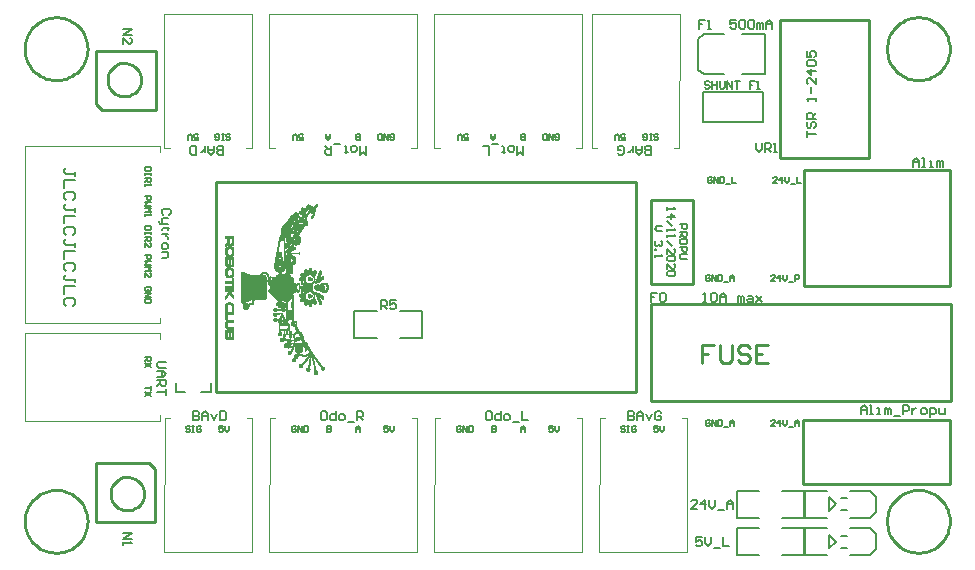
<source format=gto>
G04 Layer_Color=65535*
%FSLAX25Y25*%
%MOIN*%
G70*
G01*
G75*
%ADD31C,0.01000*%
%ADD32C,0.00787*%
%ADD33C,0.00100*%
%ADD34C,0.00394*%
%ADD35C,0.00591*%
%ADD36C,0.00500*%
%ADD37C,0.00700*%
D31*
X41090Y21000D02*
X41000Y21998D01*
X40734Y22964D01*
X40299Y23867D01*
X39710Y24678D01*
X38985Y25371D01*
X38149Y25923D01*
X37227Y26317D01*
X36250Y26540D01*
X35249Y26585D01*
X34256Y26450D01*
X33303Y26140D01*
X32420Y25665D01*
X31637Y25041D01*
X30977Y24286D01*
X30463Y23426D01*
X30111Y22487D01*
X29932Y21501D01*
Y20499D01*
X30111Y19513D01*
X30463Y18575D01*
X30977Y17714D01*
X31637Y16960D01*
X32420Y16335D01*
X33303Y15860D01*
X34256Y15550D01*
X35249Y15416D01*
X36250Y15460D01*
X37227Y15683D01*
X38149Y16077D01*
X38985Y16629D01*
X39710Y17322D01*
X40299Y18133D01*
X40734Y19036D01*
X41000Y20002D01*
X41090Y21000D01*
X40090Y159000D02*
X40000Y159998D01*
X39734Y160964D01*
X39299Y161867D01*
X38710Y162678D01*
X37985Y163371D01*
X37149Y163923D01*
X36228Y164317D01*
X35250Y164540D01*
X34249Y164585D01*
X33256Y164450D01*
X32303Y164140D01*
X31420Y163665D01*
X30637Y163041D01*
X29978Y162286D01*
X29463Y161425D01*
X29111Y160487D01*
X28932Y159501D01*
Y158499D01*
X29111Y157513D01*
X29463Y156574D01*
X29978Y155714D01*
X30637Y154959D01*
X31420Y154335D01*
X32303Y153860D01*
X33256Y153550D01*
X34249Y153416D01*
X35250Y153460D01*
X36228Y153683D01*
X37149Y154077D01*
X37985Y154629D01*
X38710Y155322D01*
X39299Y156133D01*
X39734Y157036D01*
X40000Y158002D01*
X40090Y159000D01*
X309685Y11811D02*
X309638Y12807D01*
X309496Y13793D01*
X309261Y14761D01*
X308935Y15703D01*
X308521Y16610D01*
X308023Y17473D01*
X307445Y18285D01*
X306792Y19038D01*
X306071Y19726D01*
X305287Y20342D01*
X304449Y20880D01*
X303563Y21337D01*
X302638Y21708D01*
X301682Y21988D01*
X300703Y22177D01*
X299711Y22272D01*
X298714D01*
X297722Y22177D01*
X296744Y21988D01*
X295787Y21708D01*
X294862Y21337D01*
X293976Y20880D01*
X293138Y20342D01*
X292355Y19726D01*
X291633Y19038D01*
X290981Y18285D01*
X290403Y17473D01*
X289904Y16610D01*
X289490Y15703D01*
X289164Y14761D01*
X288929Y13793D01*
X288788Y12807D01*
X288740Y11811D01*
X288788Y10816D01*
X288929Y9829D01*
X289164Y8861D01*
X289490Y7919D01*
X289904Y7012D01*
X290403Y6149D01*
X290981Y5337D01*
X291633Y4584D01*
X292355Y3897D01*
X293138Y3280D01*
X293976Y2742D01*
X294862Y2285D01*
X295787Y1915D01*
X296744Y1634D01*
X297722Y1445D01*
X298714Y1350D01*
X299711D01*
X300703Y1445D01*
X301682Y1634D01*
X302638Y1915D01*
X303563Y2285D01*
X304449Y2742D01*
X305287Y3280D01*
X306071Y3897D01*
X306792Y4584D01*
X307445Y5337D01*
X308023Y6149D01*
X308521Y7012D01*
X308935Y7919D01*
X309261Y8861D01*
X309496Y9829D01*
X309638Y10816D01*
X309685Y11811D01*
Y169291D02*
X309638Y170287D01*
X309496Y171273D01*
X309261Y172242D01*
X308935Y173184D01*
X308521Y174090D01*
X308023Y174953D01*
X307445Y175765D01*
X306792Y176518D01*
X306071Y177206D01*
X305287Y177822D01*
X304449Y178361D01*
X303563Y178817D01*
X302638Y179188D01*
X301682Y179469D01*
X300703Y179657D01*
X299711Y179752D01*
X298714D01*
X297722Y179657D01*
X296744Y179469D01*
X295787Y179188D01*
X294862Y178817D01*
X293976Y178361D01*
X293138Y177822D01*
X292355Y177206D01*
X291633Y176518D01*
X290981Y175765D01*
X290403Y174953D01*
X289904Y174090D01*
X289490Y173184D01*
X289164Y172242D01*
X288929Y171273D01*
X288788Y170287D01*
X288740Y169291D01*
X288788Y168296D01*
X288929Y167309D01*
X289164Y166341D01*
X289490Y165399D01*
X289904Y164493D01*
X290403Y163629D01*
X290981Y162818D01*
X291633Y162065D01*
X292355Y161377D01*
X293138Y160761D01*
X293976Y160222D01*
X294862Y159765D01*
X295787Y159395D01*
X296744Y159114D01*
X297722Y158925D01*
X298714Y158831D01*
X299711D01*
X300703Y158925D01*
X301682Y159114D01*
X302638Y159395D01*
X303563Y159765D01*
X304449Y160222D01*
X305287Y160761D01*
X306071Y161377D01*
X306792Y162065D01*
X307445Y162818D01*
X308023Y163629D01*
X308521Y164493D01*
X308935Y165399D01*
X309261Y166341D01*
X309496Y167309D01*
X309638Y168296D01*
X309685Y169291D01*
X22284D02*
X22236Y170287D01*
X22094Y171273D01*
X21859Y172242D01*
X21533Y173184D01*
X21119Y174090D01*
X20621Y174953D01*
X20043Y175765D01*
X19390Y176518D01*
X18669Y177206D01*
X17886Y177822D01*
X17047Y178361D01*
X16161Y178817D01*
X15236Y179188D01*
X14280Y179469D01*
X13301Y179657D01*
X12309Y179752D01*
X11313D01*
X10321Y179657D01*
X9342Y179469D01*
X8386Y179188D01*
X7461Y178817D01*
X6575Y178361D01*
X5736Y177822D01*
X4953Y177206D01*
X4232Y176518D01*
X3579Y175765D01*
X3001Y174953D01*
X2503Y174090D01*
X2089Y173184D01*
X1763Y172242D01*
X1528Y171273D01*
X1386Y170287D01*
X1339Y169291D01*
X1386Y168296D01*
X1528Y167309D01*
X1763Y166341D01*
X2089Y165399D01*
X2503Y164493D01*
X3001Y163629D01*
X3579Y162818D01*
X4232Y162065D01*
X4953Y161377D01*
X5736Y160761D01*
X6575Y160222D01*
X7461Y159765D01*
X8386Y159395D01*
X9342Y159114D01*
X10321Y158925D01*
X11313Y158831D01*
X12309D01*
X13301Y158925D01*
X14280Y159114D01*
X15236Y159395D01*
X16161Y159765D01*
X17047Y160222D01*
X17886Y160761D01*
X18669Y161377D01*
X19390Y162065D01*
X20043Y162818D01*
X20621Y163629D01*
X21119Y164493D01*
X21533Y165399D01*
X21859Y166341D01*
X22094Y167309D01*
X22236Y168296D01*
X22284Y169291D01*
Y11811D02*
X22236Y12807D01*
X22094Y13793D01*
X21859Y14761D01*
X21533Y15703D01*
X21119Y16610D01*
X20621Y17473D01*
X20043Y18285D01*
X19390Y19038D01*
X18669Y19726D01*
X17886Y20342D01*
X17047Y20880D01*
X16161Y21337D01*
X15236Y21708D01*
X14280Y21988D01*
X13301Y22177D01*
X12309Y22272D01*
X11313D01*
X10321Y22177D01*
X9342Y21988D01*
X8386Y21708D01*
X7461Y21337D01*
X6575Y20880D01*
X5736Y20342D01*
X4953Y19726D01*
X4232Y19038D01*
X3579Y18285D01*
X3001Y17473D01*
X2503Y16610D01*
X2089Y15703D01*
X1763Y14761D01*
X1528Y13793D01*
X1386Y12807D01*
X1339Y11811D01*
X1386Y10816D01*
X1528Y9829D01*
X1763Y8861D01*
X2089Y7919D01*
X2503Y7012D01*
X3001Y6149D01*
X3579Y5337D01*
X4232Y4584D01*
X4953Y3897D01*
X5736Y3280D01*
X6575Y2742D01*
X7461Y2285D01*
X8386Y1915D01*
X9342Y1634D01*
X10321Y1445D01*
X11313Y1350D01*
X12309D01*
X13301Y1445D01*
X14280Y1634D01*
X15236Y1915D01*
X16161Y2285D01*
X17047Y2742D01*
X17886Y3280D01*
X18669Y3897D01*
X19390Y4584D01*
X20043Y5337D01*
X20621Y6149D01*
X21119Y7012D01*
X21533Y7919D01*
X21859Y8861D01*
X22094Y9829D01*
X22236Y10816D01*
X22284Y11811D01*
X25071Y11528D02*
Y31213D01*
Y11528D02*
X44756D01*
Y29244D01*
X42787Y31213D02*
X44756Y29244D01*
X25071Y31213D02*
X42787D01*
X44929Y148787D02*
Y168472D01*
X25244D02*
X44929D01*
X25244Y150756D02*
Y168472D01*
Y150756D02*
X27213Y148787D01*
X44929D01*
X261000Y90335D02*
Y128917D01*
X309724Y90335D02*
Y128917D01*
X261000Y90335D02*
X309724D01*
X261000Y128917D02*
X309724D01*
X65000Y55000D02*
X205000D01*
Y125000D01*
X65000D02*
X205000D01*
X65000Y55000D02*
Y125000D01*
X309724Y24370D02*
Y45630D01*
X260906Y24370D02*
X309724D01*
X260906D02*
X288465D01*
X260906Y45630D02*
X309724D01*
X260906Y24370D02*
Y45630D01*
X252953Y178976D02*
X282874D01*
X252953Y132913D02*
Y178976D01*
X252953Y132913D02*
X282874D01*
X282874D02*
Y178976D01*
X210000Y51752D02*
Y84232D01*
Y51752D02*
X310000D01*
Y84232D01*
X210000D02*
X310000D01*
X210000Y91000D02*
X224000D01*
Y119000D01*
X210000D02*
X224000D01*
X210000Y91000D02*
Y119000D01*
X230999Y70498D02*
X227000D01*
Y67499D01*
X228999D01*
X227000D01*
Y64500D01*
X232998Y70498D02*
Y65500D01*
X233998Y64500D01*
X235997D01*
X236997Y65500D01*
Y70498D01*
X242995Y69498D02*
X241995Y70498D01*
X239996D01*
X238996Y69498D01*
Y68499D01*
X239996Y67499D01*
X241995D01*
X242995Y66499D01*
Y65500D01*
X241995Y64500D01*
X239996D01*
X238996Y65500D01*
X248993Y70498D02*
X244994D01*
Y64500D01*
X248993D01*
X244994Y67499D02*
X246993D01*
D32*
X227500Y145000D02*
Y155000D01*
X247500D01*
Y145000D02*
Y155000D01*
X227500Y145000D02*
X247500D01*
X111110Y82000D02*
X118610D01*
X111110Y73000D02*
Y82000D01*
Y73000D02*
X118610D01*
X126390Y82000D02*
X133890D01*
Y73000D02*
Y82000D01*
X126390Y73000D02*
X133890D01*
X51595Y54744D02*
X54744D01*
X51595D02*
Y57894D01*
X60256Y54744D02*
X63406D01*
Y57894D01*
X227854Y160807D02*
X234547D01*
X225886Y172618D02*
X227854Y174193D01*
X225886Y162382D02*
X227854Y160807D01*
X227854Y174193D02*
X234547D01*
X225886Y162382D02*
Y172618D01*
X247933Y160807D02*
Y174193D01*
X240453Y160807D02*
X247933D01*
X240453Y174193D02*
X247933D01*
X283110Y13000D02*
X285110Y15000D01*
X283110Y22000D02*
X285110Y20000D01*
Y15000D02*
Y20000D01*
X276390Y13000D02*
X283110D01*
X276390Y22000D02*
X283110D01*
X261110Y13000D02*
X268610D01*
X261110D02*
Y22000D01*
X268610D01*
X283110Y500D02*
X285110Y2500D01*
X283110Y9500D02*
X285110Y7500D01*
Y2500D02*
Y7500D01*
X276390Y500D02*
X283110D01*
X276390Y9500D02*
X283110D01*
X261110Y500D02*
X268610D01*
X261110D02*
Y9500D01*
X268610D01*
X238610Y22000D02*
X246110D01*
X238610Y13000D02*
Y22000D01*
Y13000D02*
X246110D01*
X253890Y22000D02*
X261390D01*
Y13000D02*
Y22000D01*
X253890Y13000D02*
X261390D01*
X238610Y9500D02*
X246110D01*
X238610Y500D02*
Y9500D01*
Y500D02*
X246110D01*
X253890Y9500D02*
X261390D01*
Y500D02*
Y9500D01*
X253890Y500D02*
X261390D01*
X18223Y126847D02*
Y128159D01*
Y127503D01*
X14943D01*
X14287Y128159D01*
Y128815D01*
X14943Y129471D01*
X18223Y125535D02*
X14287D01*
Y122911D01*
X17567Y118975D02*
X18223Y119631D01*
Y120943D01*
X17567Y121599D01*
X14943D01*
X14287Y120943D01*
Y119631D01*
X14943Y118975D01*
X18223Y115040D02*
Y116351D01*
Y115696D01*
X14943D01*
X14287Y116351D01*
Y117008D01*
X14943Y117663D01*
X18223Y113728D02*
X14287D01*
Y111104D01*
X17567Y107168D02*
X18223Y107824D01*
Y109136D01*
X17567Y109792D01*
X14943D01*
X14287Y109136D01*
Y107824D01*
X14943Y107168D01*
X18223Y103232D02*
Y104544D01*
Y103888D01*
X14943D01*
X14287Y104544D01*
Y105200D01*
X14943Y105856D01*
X18223Y101920D02*
X14287D01*
Y99297D01*
X17567Y95361D02*
X18223Y96017D01*
Y97329D01*
X17567Y97985D01*
X14943D01*
X14287Y97329D01*
Y96017D01*
X14943Y95361D01*
X18223Y91425D02*
Y92737D01*
Y92081D01*
X14943D01*
X14287Y92737D01*
Y93393D01*
X14943Y94049D01*
X18223Y90113D02*
X14287D01*
Y87489D01*
X17567Y83554D02*
X18223Y84210D01*
Y85522D01*
X17567Y86177D01*
X14943D01*
X14287Y85522D01*
Y84210D01*
X14943Y83554D01*
D33*
X68100Y73200D02*
Y75600D01*
Y76700D02*
Y78200D01*
Y79200D02*
Y81600D01*
Y81900D02*
Y83800D01*
Y86000D02*
Y86900D01*
Y88500D02*
Y89100D01*
Y89500D02*
Y90100D01*
Y91400D02*
Y92000D01*
Y94100D02*
Y95500D01*
Y97300D02*
Y99800D01*
Y101100D02*
Y102400D01*
Y103500D02*
Y104300D01*
Y106200D02*
Y106800D01*
X68200Y72900D02*
Y75600D01*
Y76500D02*
Y78400D01*
Y79200D02*
Y81600D01*
Y81900D02*
Y84100D01*
Y86100D02*
Y87000D01*
Y88500D02*
Y89100D01*
Y89500D02*
Y90100D01*
Y91400D02*
Y92000D01*
Y93800D02*
Y95800D01*
Y97100D02*
Y99800D01*
Y100800D02*
Y102800D01*
Y103500D02*
Y104400D01*
Y106200D02*
Y106800D01*
X68300Y72800D02*
Y75600D01*
Y76300D02*
Y78600D01*
Y79200D02*
Y81600D01*
Y81900D02*
Y84200D01*
Y86200D02*
Y87200D01*
Y88500D02*
Y89100D01*
Y89500D02*
Y90100D01*
Y91400D02*
Y92000D01*
Y93600D02*
Y95900D01*
Y97000D02*
Y99800D01*
Y100600D02*
Y102900D01*
Y103600D02*
Y104500D01*
Y106200D02*
Y106800D01*
X68400Y72700D02*
Y75600D01*
Y76200D02*
Y78700D01*
Y79200D02*
Y81600D01*
Y81900D02*
Y84300D01*
Y86400D02*
Y87300D01*
Y88500D02*
Y89100D01*
Y89500D02*
Y90100D01*
Y91400D02*
Y92000D01*
Y93500D02*
Y96100D01*
Y96900D02*
Y99800D01*
Y100500D02*
Y103000D01*
Y103700D02*
Y104600D01*
Y106200D02*
Y106800D01*
X68500Y72600D02*
Y75600D01*
Y76100D02*
Y78800D01*
Y79200D02*
Y81600D01*
Y81900D02*
Y84500D01*
Y86400D02*
Y87400D01*
Y88500D02*
Y89100D01*
Y89500D02*
Y90100D01*
Y91400D02*
Y92000D01*
Y93400D02*
Y96200D01*
Y96800D02*
Y99800D01*
Y100400D02*
Y103100D01*
Y103800D02*
Y104700D01*
Y106200D02*
Y106800D01*
X68600Y72600D02*
Y75600D01*
Y76100D02*
Y78800D01*
Y79200D02*
Y81600D01*
Y81900D02*
Y84500D01*
Y86600D02*
Y87500D01*
Y88500D02*
Y89100D01*
Y89500D02*
Y90100D01*
Y91400D02*
Y92000D01*
Y93300D02*
Y96200D01*
Y96800D02*
Y99800D01*
Y100300D02*
Y103200D01*
Y103900D02*
Y104700D01*
Y106200D02*
Y106800D01*
X68700Y72600D02*
Y73400D01*
Y75000D02*
Y75600D01*
Y76000D02*
Y76800D01*
Y78000D02*
Y78900D01*
Y81000D02*
Y81600D01*
Y83700D02*
Y84600D01*
Y86700D02*
Y87700D01*
Y88500D02*
Y89100D01*
Y89500D02*
Y90100D01*
Y91400D02*
Y92000D01*
Y93200D02*
Y94200D01*
Y95400D02*
Y96300D01*
Y96700D02*
Y97500D01*
Y99200D02*
Y99800D01*
Y100300D02*
Y101200D01*
Y102300D02*
Y103300D01*
Y104000D02*
Y104900D01*
Y106200D02*
Y106800D01*
X68800Y72600D02*
Y73200D01*
Y75000D02*
Y75600D01*
Y76000D02*
Y76700D01*
Y78200D02*
Y78900D01*
Y81000D02*
Y81600D01*
Y83800D02*
Y84600D01*
Y86900D02*
Y87800D01*
Y88500D02*
Y89100D01*
Y89500D02*
Y90100D01*
Y91400D02*
Y92000D01*
Y93200D02*
Y94000D01*
Y95500D02*
Y96300D01*
Y96700D02*
Y97400D01*
Y99200D02*
Y99800D01*
Y100200D02*
Y101000D01*
Y102600D02*
Y103300D01*
Y104100D02*
Y104900D01*
Y106200D02*
Y106800D01*
X68900Y72500D02*
Y73200D01*
Y75000D02*
Y75600D01*
Y75900D02*
Y76600D01*
Y78300D02*
Y78900D01*
Y81000D02*
Y81600D01*
Y84000D02*
Y84700D01*
Y87000D02*
Y87900D01*
Y88500D02*
Y89100D01*
Y89500D02*
Y90100D01*
Y91400D02*
Y92000D01*
Y93100D02*
Y93900D01*
Y95700D02*
Y96400D01*
Y96700D02*
Y97300D01*
Y99200D02*
Y99800D01*
Y100100D02*
Y100900D01*
Y102700D02*
Y103400D01*
Y104200D02*
Y106000D01*
Y106200D02*
Y106800D01*
X69000Y72500D02*
Y73200D01*
Y75000D02*
Y75600D01*
Y75900D02*
Y76600D01*
Y78300D02*
Y79000D01*
Y81000D02*
Y81600D01*
Y84100D02*
Y84700D01*
Y87100D02*
Y88100D01*
Y88500D02*
Y89100D01*
Y89500D02*
Y90100D01*
Y91400D02*
Y92000D01*
Y93100D02*
Y93800D01*
Y95700D02*
Y96400D01*
Y96700D02*
Y97300D01*
Y99200D02*
Y99800D01*
Y100100D02*
Y100800D01*
Y102700D02*
Y103400D01*
Y104100D02*
Y106000D01*
Y106200D02*
Y106800D01*
X69100Y72600D02*
Y73200D01*
Y75000D02*
Y75600D01*
Y75900D02*
Y76500D01*
Y78300D02*
Y79000D01*
Y81000D02*
Y81600D01*
Y84100D02*
Y84800D01*
Y87300D02*
Y88200D01*
Y88500D02*
Y89100D01*
Y89500D02*
Y90100D01*
Y91400D02*
Y92000D01*
Y93100D02*
Y93700D01*
Y95800D02*
Y96400D01*
Y96700D02*
Y97400D01*
Y99200D02*
Y99800D01*
Y100100D02*
Y100700D01*
Y102800D02*
Y103400D01*
Y104000D02*
Y106000D01*
Y106200D02*
Y106800D01*
X69200Y72600D02*
Y73300D01*
Y75000D02*
Y75600D01*
Y75900D02*
Y76500D01*
Y78400D02*
Y79000D01*
Y81000D02*
Y81600D01*
Y84200D02*
Y84800D01*
Y87400D02*
Y88300D01*
Y88500D02*
Y89100D01*
Y89500D02*
Y90100D01*
Y91400D02*
Y92000D01*
Y93100D02*
Y93700D01*
Y95900D02*
Y96500D01*
Y96800D02*
Y97500D01*
Y99200D02*
Y99800D01*
Y100100D02*
Y100700D01*
Y102900D02*
Y103500D01*
Y103900D02*
Y106000D01*
Y106200D02*
Y106800D01*
X69300Y72600D02*
Y74800D01*
Y75000D02*
Y75600D01*
Y75900D02*
Y76500D01*
Y78400D02*
Y79000D01*
Y81000D02*
Y81600D01*
Y84200D02*
Y84800D01*
Y87500D02*
Y88400D01*
Y88500D02*
Y89100D01*
Y89500D02*
Y90100D01*
Y91400D02*
Y92000D01*
Y93100D02*
Y93700D01*
Y95900D02*
Y96500D01*
Y96800D02*
Y98900D01*
Y99200D02*
Y99800D01*
Y100100D02*
Y100700D01*
Y102900D02*
Y103500D01*
Y103800D02*
Y106000D01*
Y106200D02*
Y106800D01*
X69400Y72700D02*
Y74800D01*
Y75000D02*
Y75600D01*
Y75900D02*
Y76500D01*
Y78400D02*
Y79000D01*
Y81000D02*
Y81600D01*
Y84200D02*
Y84800D01*
Y87700D02*
Y89100D01*
Y89500D02*
Y90100D01*
Y91400D02*
Y92000D01*
Y93100D02*
Y93600D01*
Y95900D02*
Y96500D01*
Y96900D02*
Y98900D01*
Y99200D02*
Y99800D01*
Y100000D02*
Y100700D01*
Y102900D02*
Y103500D01*
Y103800D02*
Y104600D01*
Y106200D02*
Y106800D01*
X69500Y72800D02*
Y74800D01*
Y75000D02*
Y75600D01*
Y75900D02*
Y76500D01*
Y78400D02*
Y79000D01*
Y81000D02*
Y81600D01*
Y84200D02*
Y84800D01*
Y87800D02*
Y89100D01*
Y89500D02*
Y90100D01*
Y91400D02*
Y92000D01*
Y93100D02*
Y93600D01*
Y95900D02*
Y96500D01*
Y96900D02*
Y98900D01*
Y99200D02*
Y99800D01*
Y100000D02*
Y100600D01*
Y102900D02*
Y103500D01*
Y103800D02*
Y104500D01*
Y106200D02*
Y106800D01*
X69600Y72800D02*
Y74800D01*
Y75000D02*
Y75600D01*
Y75900D02*
Y76500D01*
Y78400D02*
Y79000D01*
Y81000D02*
Y81600D01*
Y84200D02*
Y84800D01*
Y87700D02*
Y89100D01*
Y89500D02*
Y90100D01*
Y91400D02*
Y92000D01*
Y93100D02*
Y93600D01*
Y95900D02*
Y96500D01*
Y97000D02*
Y98900D01*
Y99200D02*
Y99800D01*
Y100000D02*
Y100700D01*
Y102900D02*
Y103500D01*
Y103800D02*
Y104400D01*
Y106200D02*
Y106800D01*
X69700Y72700D02*
Y74800D01*
Y75000D02*
Y75600D01*
Y75900D02*
Y76500D01*
Y78400D02*
Y79000D01*
Y81000D02*
Y81600D01*
Y84200D02*
Y84800D01*
Y87500D02*
Y89100D01*
Y89500D02*
Y90100D01*
Y91400D02*
Y92000D01*
Y93100D02*
Y93700D01*
Y95900D02*
Y96500D01*
Y96900D02*
Y98900D01*
Y99200D02*
Y99800D01*
Y100100D02*
Y100700D01*
Y102900D02*
Y103500D01*
Y103700D02*
Y104300D01*
Y106200D02*
Y106800D01*
X69800Y72700D02*
Y73400D01*
Y75000D02*
Y75600D01*
Y75900D02*
Y76500D01*
Y78400D02*
Y79000D01*
Y81000D02*
Y81600D01*
Y84100D02*
Y84800D01*
Y87400D02*
Y88400D01*
Y88500D02*
Y89100D01*
Y89500D02*
Y90100D01*
Y91400D02*
Y92000D01*
Y93100D02*
Y93700D01*
Y95800D02*
Y96500D01*
Y96800D02*
Y97500D01*
Y99200D02*
Y99800D01*
Y100100D02*
Y100700D01*
Y102800D02*
Y103500D01*
Y103700D02*
Y104300D01*
Y106200D02*
Y106800D01*
X69900Y72600D02*
Y73200D01*
Y75000D02*
Y75600D01*
Y75900D02*
Y76500D01*
Y78400D02*
Y79000D01*
Y81000D02*
Y81600D01*
Y84100D02*
Y84800D01*
Y87300D02*
Y88200D01*
Y88500D02*
Y89100D01*
Y89500D02*
Y90100D01*
Y91400D02*
Y92000D01*
Y93100D02*
Y93800D01*
Y95800D02*
Y96500D01*
Y96800D02*
Y97400D01*
Y99200D02*
Y99800D01*
Y100100D02*
Y100700D01*
Y102800D02*
Y103400D01*
Y103700D02*
Y104300D01*
Y106200D02*
Y106800D01*
X70000Y72600D02*
Y73200D01*
Y75000D02*
Y75600D01*
Y75900D02*
Y76500D01*
Y78400D02*
Y79000D01*
Y81000D02*
Y81600D01*
Y84000D02*
Y84700D01*
Y87200D02*
Y88100D01*
Y88500D02*
Y89100D01*
Y89500D02*
Y90100D01*
Y91400D02*
Y92000D01*
Y93100D02*
Y93800D01*
Y95700D02*
Y96400D01*
Y96800D02*
Y97400D01*
Y99200D02*
Y99800D01*
Y100100D02*
Y100800D01*
Y102700D02*
Y103400D01*
Y103700D02*
Y104400D01*
Y106200D02*
Y106800D01*
X70100Y72600D02*
Y73200D01*
Y75000D02*
Y75600D01*
Y75900D02*
Y76500D01*
Y78400D02*
Y79000D01*
Y81000D02*
Y81600D01*
Y83900D02*
Y84700D01*
Y87000D02*
Y88000D01*
Y88500D02*
Y89100D01*
Y89500D02*
Y90100D01*
Y91400D02*
Y92000D01*
Y93100D02*
Y93900D01*
Y95600D02*
Y96400D01*
Y96800D02*
Y97400D01*
Y99200D02*
Y99800D01*
Y100100D02*
Y100900D01*
Y102600D02*
Y103400D01*
Y103800D02*
Y104400D01*
Y106200D02*
Y106800D01*
X70200Y72600D02*
Y73300D01*
Y75000D02*
Y75600D01*
Y75900D02*
Y76500D01*
Y78400D02*
Y79000D01*
Y81000D02*
Y81600D01*
Y83800D02*
Y84600D01*
Y86900D02*
Y87800D01*
Y88500D02*
Y89100D01*
Y89500D02*
Y90100D01*
Y91400D02*
Y92000D01*
Y93200D02*
Y94000D01*
Y95500D02*
Y96400D01*
Y96800D02*
Y97400D01*
Y99200D02*
Y99800D01*
Y100200D02*
Y101000D01*
Y102500D02*
Y103300D01*
Y103800D02*
Y104500D01*
Y106200D02*
Y106800D01*
X70300Y72600D02*
Y73500D01*
Y75000D02*
Y75600D01*
Y75900D02*
Y76500D01*
Y78400D02*
Y79000D01*
Y81000D02*
Y81600D01*
Y83500D02*
Y84600D01*
Y86700D02*
Y87700D01*
Y88500D02*
Y89100D01*
Y89500D02*
Y90100D01*
Y91400D02*
Y92000D01*
Y93200D02*
Y94300D01*
Y95200D02*
Y96300D01*
Y96800D02*
Y97700D01*
Y99200D02*
Y99800D01*
Y100200D02*
Y101300D01*
Y102200D02*
Y103300D01*
Y103800D02*
Y104700D01*
Y106200D02*
Y106800D01*
X70400Y72600D02*
Y75600D01*
Y75900D02*
Y76500D01*
Y78400D02*
Y79000D01*
Y81000D02*
Y81600D01*
Y81900D02*
Y84500D01*
Y86600D02*
Y87600D01*
Y88500D02*
Y89100D01*
Y89500D02*
Y90100D01*
Y90300D02*
Y93000D01*
Y93300D02*
Y96200D01*
Y96800D02*
Y99800D01*
Y100300D02*
Y103200D01*
Y103800D02*
Y106800D01*
X70500Y72700D02*
Y75600D01*
Y75900D02*
Y76500D01*
Y78400D02*
Y79000D01*
Y81000D02*
Y81600D01*
Y81900D02*
Y84500D01*
Y86500D02*
Y87400D01*
Y88500D02*
Y89100D01*
Y89500D02*
Y90100D01*
Y90300D02*
Y93000D01*
Y93400D02*
Y96100D01*
Y96800D02*
Y99800D01*
Y100400D02*
Y103100D01*
Y103900D02*
Y106800D01*
X70600Y72700D02*
Y75600D01*
Y75900D02*
Y76500D01*
Y78400D02*
Y79000D01*
Y81000D02*
Y81600D01*
Y81900D02*
Y84400D01*
Y86300D02*
Y87300D01*
Y88500D02*
Y89100D01*
Y89500D02*
Y90100D01*
Y90300D02*
Y93000D01*
Y93500D02*
Y96000D01*
Y96900D02*
Y99800D01*
Y100500D02*
Y103100D01*
Y104000D02*
Y106800D01*
X70700Y72800D02*
Y75600D01*
Y75900D02*
Y76500D01*
Y78400D02*
Y79000D01*
Y81000D02*
Y81600D01*
Y81900D02*
Y84200D01*
Y86200D02*
Y87200D01*
Y88500D02*
Y89100D01*
Y89500D02*
Y90100D01*
Y90300D02*
Y93000D01*
Y93600D02*
Y95900D01*
Y97000D02*
Y99800D01*
Y100600D02*
Y102900D01*
Y104100D02*
Y106800D01*
X70800Y73000D02*
Y75600D01*
Y75900D02*
Y76500D01*
Y78400D02*
Y79000D01*
Y81000D02*
Y81600D01*
Y81900D02*
Y84000D01*
Y86100D02*
Y87100D01*
Y88500D02*
Y89100D01*
Y89500D02*
Y90100D01*
Y90300D02*
Y93000D01*
Y93800D02*
Y95700D01*
Y97100D02*
Y99800D01*
Y100800D02*
Y102700D01*
Y104200D02*
Y106800D01*
X70900Y73300D02*
Y75600D01*
Y75900D02*
Y76500D01*
Y78400D02*
Y79000D01*
Y81000D02*
Y81600D01*
Y81900D02*
Y83600D01*
Y86100D02*
Y86900D01*
Y88500D02*
Y89100D01*
Y89500D02*
Y90100D01*
Y90300D02*
Y93000D01*
Y94200D02*
Y95300D01*
Y97500D02*
Y99800D01*
Y101200D02*
Y102300D01*
Y104600D02*
Y106800D01*
X73500Y84900D02*
Y94800D01*
X73600Y84700D02*
Y94900D01*
X73700Y84700D02*
Y94900D01*
X73800Y84700D02*
Y94900D01*
X73900Y84700D02*
Y94900D01*
X74000Y83100D02*
Y84100D01*
Y84700D02*
Y88600D01*
Y89600D02*
Y90000D01*
Y91100D02*
Y94900D01*
X74100Y82900D02*
Y84200D01*
Y84700D02*
Y94900D01*
X74200Y82800D02*
Y84300D01*
Y84700D02*
Y94900D01*
X74300Y82800D02*
Y84400D01*
Y84800D02*
Y88600D01*
Y91100D02*
Y94900D01*
X74400Y82700D02*
Y84500D01*
Y84800D02*
Y88600D01*
Y91100D02*
Y94800D01*
X74500Y82700D02*
Y84500D01*
Y84900D02*
Y94800D01*
X74600Y82700D02*
Y84500D01*
Y84900D02*
Y94700D01*
X74700Y82700D02*
Y84500D01*
Y84900D02*
Y87400D01*
Y87800D02*
Y92700D01*
Y92800D02*
Y94700D01*
X74800Y82700D02*
Y84500D01*
Y85000D02*
Y85700D01*
Y87000D02*
Y87400D01*
Y87900D02*
Y88300D01*
Y91400D02*
Y91800D01*
Y92200D02*
Y92600D01*
Y93100D02*
Y93500D01*
Y94000D02*
Y94600D01*
X74900Y82700D02*
Y84500D01*
Y85100D02*
Y94600D01*
X75000Y82700D02*
Y84500D01*
Y85100D02*
Y94600D01*
X75100Y82700D02*
Y84500D01*
Y85100D02*
Y85800D01*
Y87000D02*
Y87500D01*
Y87900D02*
Y88300D01*
Y88800D02*
Y89200D01*
Y89600D02*
Y90000D01*
Y90500D02*
Y90900D01*
Y91300D02*
Y91700D01*
Y92200D02*
Y92600D01*
Y93000D02*
Y93400D01*
Y93900D02*
Y94500D01*
X75200Y82700D02*
Y83400D01*
Y83700D02*
Y84500D01*
Y85200D02*
Y85800D01*
Y87100D02*
Y87600D01*
Y88000D02*
Y88400D01*
Y88800D02*
Y89200D01*
Y89600D02*
Y90000D01*
Y90500D02*
Y90900D01*
Y91300D02*
Y91700D01*
Y92100D02*
Y92500D01*
Y93000D02*
Y93400D01*
Y93800D02*
Y94500D01*
X75300Y82700D02*
Y83400D01*
Y83500D02*
Y83700D01*
Y83800D02*
Y84500D01*
Y85200D02*
Y85900D01*
Y86300D02*
Y94400D01*
X75400Y82700D02*
Y83700D01*
Y83800D02*
Y84500D01*
Y85300D02*
Y85900D01*
Y86400D02*
Y94400D01*
X75500Y82700D02*
Y84400D01*
Y85300D02*
Y86000D01*
Y86400D02*
Y86800D01*
Y87200D02*
Y87600D01*
Y88000D02*
Y88400D01*
Y88800D02*
Y89200D01*
Y89600D02*
Y90000D01*
Y90400D02*
Y90800D01*
Y91300D02*
Y91700D01*
Y92100D02*
Y92500D01*
Y92900D02*
Y93300D01*
Y93700D02*
Y94300D01*
X75600Y82800D02*
Y84400D01*
Y85400D02*
Y86900D01*
Y87200D02*
Y87700D01*
Y88000D02*
Y91900D01*
Y92000D02*
Y94300D01*
X75700Y82900D02*
Y83700D01*
Y83800D02*
Y84300D01*
Y85400D02*
Y94200D01*
X75800Y83000D02*
Y84100D01*
Y85400D02*
Y94200D01*
X75900Y83400D02*
Y83700D01*
Y85500D02*
Y86100D01*
Y86500D02*
Y86900D01*
Y87300D02*
Y87700D01*
Y88100D02*
Y88500D01*
Y88900D02*
Y89200D01*
Y89600D02*
Y90000D01*
Y90400D02*
Y90800D01*
Y91200D02*
Y91600D01*
Y92000D02*
Y92400D01*
Y92700D02*
Y93100D01*
Y93500D02*
Y94200D01*
X76000Y83500D02*
Y84300D01*
Y85500D02*
Y94100D01*
X76100Y83500D02*
Y84500D01*
Y85600D02*
Y94100D01*
X76200Y84200D02*
Y84500D01*
Y85600D02*
Y94000D01*
X76300Y84200D02*
Y84500D01*
Y85700D02*
Y94000D01*
X76400Y84200D02*
Y84500D01*
Y85800D02*
Y93900D01*
X76500Y84200D02*
Y84500D01*
Y85900D02*
Y93700D01*
X76600Y84200D02*
Y84500D01*
Y86100D02*
Y93500D01*
X76700Y84200D02*
Y84500D01*
Y85900D02*
Y93700D01*
X76800Y84300D02*
Y84500D01*
Y85900D02*
Y93800D01*
X76900Y84300D02*
Y84600D01*
Y85800D02*
Y93800D01*
X77000Y84300D02*
Y84600D01*
Y85400D02*
Y85700D01*
Y85800D02*
Y86200D01*
Y93400D02*
Y93800D01*
X77100Y84300D02*
Y84600D01*
Y85300D02*
Y86200D01*
Y86300D02*
Y93300D01*
Y93400D02*
Y93900D01*
X77200Y84400D02*
Y84800D01*
Y85300D02*
Y86200D01*
Y86300D02*
Y93300D01*
Y93400D02*
Y93900D01*
X77300Y84400D02*
Y85100D01*
Y85200D02*
Y86200D01*
Y86300D02*
Y93300D01*
Y93400D02*
Y93900D01*
X77400Y84600D02*
Y86200D01*
Y86300D02*
Y93300D01*
Y93400D02*
Y93900D01*
X77500Y84800D02*
Y85400D01*
Y85500D02*
Y86200D01*
Y86300D02*
Y93300D01*
Y93400D02*
Y93900D01*
X77600Y85500D02*
Y86200D01*
Y86300D02*
Y93300D01*
Y93400D02*
Y93900D01*
X77700Y85500D02*
Y86200D01*
Y86300D02*
Y93300D01*
Y93400D02*
Y93900D01*
X77800Y85600D02*
Y86200D01*
Y86300D02*
Y93300D01*
Y93400D02*
Y93900D01*
X77900Y85800D02*
Y86200D01*
Y86300D02*
Y93300D01*
Y93400D02*
Y93900D01*
X78000Y85800D02*
Y86200D01*
Y86300D02*
Y93300D01*
Y93400D02*
Y93900D01*
X78100Y85800D02*
Y86200D01*
Y86300D02*
Y89500D01*
Y89600D02*
Y90700D01*
Y90800D02*
Y93300D01*
Y93400D02*
Y93900D01*
X78200Y85800D02*
Y86200D01*
Y86300D02*
Y89400D01*
Y89500D02*
Y89700D01*
Y89800D02*
Y90500D01*
Y90900D02*
Y93300D01*
Y93400D02*
Y93900D01*
X78300Y85800D02*
Y86200D01*
Y86300D02*
Y89400D01*
Y89500D02*
Y89800D01*
Y89900D02*
Y90300D01*
Y90400D02*
Y90600D01*
Y90900D02*
Y93300D01*
Y93400D02*
Y93900D01*
X78400Y85800D02*
Y86200D01*
Y86300D02*
Y89300D01*
Y89400D02*
Y90000D01*
Y90300D02*
Y90600D01*
Y90700D02*
Y90800D01*
Y90900D02*
Y93300D01*
Y93400D02*
Y93900D01*
X78500Y85800D02*
Y86200D01*
Y86300D02*
Y89200D01*
Y89300D02*
Y90100D01*
Y90300D02*
Y90500D01*
Y90600D02*
Y90800D01*
Y90900D02*
Y93300D01*
Y93400D02*
Y93900D01*
X78600Y85800D02*
Y86200D01*
Y86300D02*
Y89100D01*
Y89200D02*
Y90300D01*
Y90400D02*
Y90500D01*
Y90600D02*
Y93300D01*
Y93400D02*
Y93900D01*
X78700Y85800D02*
Y86200D01*
Y86300D02*
Y90300D01*
Y90500D02*
Y93300D01*
Y93400D02*
Y93900D01*
X78800Y85800D02*
Y86200D01*
Y86300D02*
Y90200D01*
Y90300D02*
Y90900D01*
Y91000D02*
Y93300D01*
Y93400D02*
Y93900D01*
X78900Y85800D02*
Y86200D01*
Y86300D02*
Y88900D01*
Y89000D02*
Y90000D01*
Y90100D02*
Y90900D01*
Y91000D02*
Y93300D01*
Y93400D02*
Y93900D01*
X79000Y85800D02*
Y86200D01*
Y86300D02*
Y88800D01*
Y88900D02*
Y89800D01*
Y90000D02*
Y90700D01*
Y91100D02*
Y93300D01*
Y93400D02*
Y93900D01*
X79100Y85800D02*
Y86200D01*
Y86300D02*
Y88700D01*
Y88800D02*
Y89600D01*
Y89700D02*
Y90400D01*
Y90600D02*
Y91200D01*
Y91300D02*
Y93300D01*
Y93400D02*
Y93900D01*
X79200Y85800D02*
Y86200D01*
Y86300D02*
Y89400D01*
Y89600D02*
Y90100D01*
Y90300D02*
Y91300D01*
Y91500D02*
Y93300D01*
Y93400D02*
Y93900D01*
X79300Y85800D02*
Y86200D01*
Y86300D02*
Y88600D01*
Y88700D02*
Y89200D01*
Y89400D02*
Y89700D01*
Y90000D02*
Y91400D01*
Y91700D02*
Y93300D01*
Y93400D02*
Y93900D01*
X79400Y85800D02*
Y86200D01*
Y86300D02*
Y88500D01*
Y88600D02*
Y89000D01*
Y89600D02*
Y90900D01*
Y91300D02*
Y93300D01*
Y93400D02*
Y93900D01*
X79500Y85800D02*
Y86200D01*
Y86300D02*
Y88400D01*
Y88500D02*
Y88800D01*
Y89400D02*
Y90200D01*
Y90800D02*
Y93300D01*
Y93400D02*
Y93900D01*
X79600Y85800D02*
Y86200D01*
Y86300D02*
Y88300D01*
Y88500D02*
Y88600D01*
Y89400D02*
Y89600D01*
Y90000D02*
Y93300D01*
Y93400D02*
Y93900D01*
X79700Y85800D02*
Y86200D01*
Y86300D02*
Y88300D01*
Y89400D02*
Y93300D01*
Y93400D02*
Y94100D01*
X79800Y85800D02*
Y86200D01*
Y86300D02*
Y88200D01*
Y88800D02*
Y93300D01*
Y93400D02*
Y94200D01*
X79900Y85800D02*
Y86200D01*
Y86300D02*
Y93300D01*
Y93400D02*
Y94300D01*
X80000Y85800D02*
Y86200D01*
Y86300D02*
Y93300D01*
Y93400D02*
Y93900D01*
Y94000D02*
Y94400D01*
X80100Y85800D02*
Y86200D01*
Y86300D02*
Y93300D01*
Y93400D02*
Y93900D01*
Y94100D02*
Y94600D01*
X80200Y85800D02*
Y86200D01*
Y86300D02*
Y93300D01*
Y93400D02*
Y93900D01*
Y94200D02*
Y94700D01*
X80300Y85800D02*
Y86200D01*
Y86300D02*
Y93300D01*
Y93400D02*
Y93900D01*
Y94300D02*
Y94700D01*
X80400Y85800D02*
Y86200D01*
Y86300D02*
Y93300D01*
Y93400D02*
Y93900D01*
Y94400D02*
Y94800D01*
X80500Y85800D02*
Y86200D01*
Y86300D02*
Y93300D01*
Y93400D02*
Y93900D01*
Y94500D02*
Y94900D01*
X80600Y85800D02*
Y86200D01*
Y86300D02*
Y93300D01*
Y93400D02*
Y93900D01*
Y94600D02*
Y94900D01*
X80700Y85800D02*
Y86200D01*
Y86300D02*
Y93300D01*
Y93400D02*
Y93900D01*
Y94700D02*
Y95000D01*
X80800Y85800D02*
Y86200D01*
Y86300D02*
Y93300D01*
Y93400D02*
Y93900D01*
Y94700D02*
Y95000D01*
X80900Y85800D02*
Y86200D01*
Y93400D02*
Y93900D01*
Y94800D02*
Y95000D01*
X81000Y85800D02*
Y93900D01*
Y94800D02*
Y95000D01*
X81100Y85800D02*
Y93900D01*
Y94700D02*
Y95000D01*
X81200Y85800D02*
Y93800D01*
Y94700D02*
Y95000D01*
X81300Y85900D02*
Y93800D01*
Y94700D02*
Y95000D01*
X81400Y85900D02*
Y93700D01*
Y94600D02*
Y94900D01*
X81500Y86000D02*
Y93600D01*
Y94600D02*
Y94900D01*
X81600Y86300D02*
Y93300D01*
Y94500D02*
Y94800D01*
X81700Y94500D02*
Y94800D01*
X81800Y94400D02*
Y94800D01*
X81900Y94300D02*
Y94700D01*
X82000Y94000D02*
Y94600D01*
X82100Y93800D02*
Y94500D01*
X82200Y91800D02*
Y92100D01*
Y93600D02*
Y94300D01*
X82300Y91300D02*
Y94100D01*
X82400Y88600D02*
Y88900D01*
Y91000D02*
Y93900D01*
X82500Y88500D02*
Y89000D01*
Y90900D02*
Y91600D01*
Y91800D02*
Y93700D01*
X82600Y88500D02*
Y89100D01*
Y90800D02*
Y91300D01*
Y91700D02*
Y92200D01*
Y92400D02*
Y92700D01*
X82700Y88600D02*
Y89200D01*
Y90700D02*
Y91300D01*
Y91600D02*
Y92000D01*
Y92300D02*
Y92600D01*
X82800Y88700D02*
Y89300D01*
Y90600D02*
Y91200D01*
Y91600D02*
Y92000D01*
Y92300D02*
Y92600D01*
Y92900D02*
Y93400D01*
X82900Y88100D02*
Y88400D01*
Y88800D02*
Y89400D01*
Y90500D02*
Y91100D01*
Y91500D02*
Y91900D01*
Y92300D02*
Y93400D01*
X83000Y88000D02*
Y88400D01*
Y88900D02*
Y89500D01*
Y90300D02*
Y91000D01*
Y91400D02*
Y91800D01*
Y92400D02*
Y93500D01*
X83100Y88000D02*
Y88500D01*
Y89000D02*
Y89600D01*
Y90300D02*
Y90800D01*
Y91300D02*
Y91800D01*
Y92600D02*
Y92900D01*
Y93200D02*
Y93500D01*
X83200Y88000D02*
Y88600D01*
Y89100D02*
Y90700D01*
Y91200D02*
Y91800D01*
Y93100D02*
Y93400D01*
X83300Y88100D02*
Y88700D01*
Y89200D02*
Y90700D01*
Y91100D02*
Y91700D01*
Y93100D02*
Y93400D01*
X83400Y87600D02*
Y87800D01*
Y88200D02*
Y88800D01*
Y89200D02*
Y90600D01*
Y91000D02*
Y91600D01*
Y93100D02*
Y93400D01*
X83500Y87500D02*
Y87900D01*
Y88300D02*
Y88900D01*
Y89100D02*
Y90700D01*
Y90900D02*
Y91500D01*
Y91900D02*
Y92300D01*
Y93100D02*
Y93300D01*
X83600Y87400D02*
Y88000D01*
Y88400D02*
Y91300D01*
Y91900D02*
Y92300D01*
Y93000D02*
Y93300D01*
X83700Y87500D02*
Y88100D01*
Y88500D02*
Y91300D01*
Y91800D02*
Y92300D01*
Y93000D02*
Y93300D01*
X83800Y87600D02*
Y88200D01*
Y88600D02*
Y91200D01*
Y91600D02*
Y92300D01*
Y92900D02*
Y93300D01*
X83900Y87100D02*
Y87200D01*
Y87700D02*
Y88300D01*
Y88700D02*
Y91100D01*
Y91600D02*
Y92200D01*
Y92700D02*
Y93200D01*
X84000Y87000D02*
Y87400D01*
Y87800D02*
Y88400D01*
Y88600D02*
Y91200D01*
Y91400D02*
Y92100D01*
Y92500D02*
Y93100D01*
X84100Y86900D02*
Y87500D01*
Y87900D02*
Y91300D01*
Y91400D02*
Y92000D01*
Y92400D02*
Y92900D01*
X84200Y78900D02*
Y79400D01*
Y80600D02*
Y81200D01*
Y82200D02*
Y82700D01*
Y86900D02*
Y87600D01*
Y88000D02*
Y91800D01*
Y92300D02*
Y92900D01*
X84300Y78800D02*
Y79500D01*
Y80500D02*
Y81300D01*
Y82000D02*
Y82800D01*
Y87000D02*
Y87600D01*
Y88000D02*
Y91800D01*
Y92200D02*
Y92800D01*
X84400Y78700D02*
Y79600D01*
Y80400D02*
Y81400D01*
Y82000D02*
Y82900D01*
Y87100D02*
Y87700D01*
Y88200D02*
Y91700D01*
Y92200D02*
Y92700D01*
Y96300D02*
Y97400D01*
X84500Y78600D02*
Y79600D01*
Y80400D02*
Y81400D01*
Y81900D02*
Y82900D01*
Y86500D02*
Y86800D01*
Y87200D02*
Y87900D01*
Y88100D02*
Y91700D01*
Y92000D02*
Y92600D01*
Y93000D02*
Y93300D01*
Y96100D02*
Y98000D01*
X84600Y78600D02*
Y79700D01*
Y80300D02*
Y80800D01*
Y81000D02*
Y81400D01*
Y81900D02*
Y83000D01*
Y86400D02*
Y86900D01*
Y87300D02*
Y91800D01*
Y91900D02*
Y92500D01*
Y92900D02*
Y93300D01*
Y95900D02*
Y98500D01*
X84700Y78600D02*
Y79000D01*
Y79300D02*
Y79700D01*
Y80300D02*
Y80800D01*
Y81000D02*
Y81400D01*
Y81900D02*
Y82300D01*
Y82600D02*
Y83000D01*
Y86400D02*
Y87000D01*
Y87400D02*
Y92400D01*
Y92900D02*
Y93400D01*
Y95700D02*
Y99000D01*
X84800Y78600D02*
Y79000D01*
Y79200D02*
Y79700D01*
Y80400D02*
Y80800D01*
Y81000D02*
Y81400D01*
Y81900D02*
Y82300D01*
Y82500D02*
Y83000D01*
Y86500D02*
Y87100D01*
Y87500D02*
Y92300D01*
Y92800D02*
Y93300D01*
Y95600D02*
Y99500D01*
X84900Y78600D02*
Y79700D01*
Y80400D02*
Y81400D01*
Y81900D02*
Y83000D01*
Y86600D02*
Y87200D01*
Y87600D02*
Y92200D01*
Y92700D02*
Y93300D01*
Y95500D02*
Y97900D01*
Y98000D02*
Y100000D01*
X85000Y78600D02*
Y79600D01*
Y80400D02*
Y81400D01*
Y81900D02*
Y82900D01*
Y86000D02*
Y86300D01*
Y86700D02*
Y87300D01*
Y87600D02*
Y92200D01*
Y92500D02*
Y93100D01*
Y93600D02*
Y93800D01*
Y95400D02*
Y98500D01*
Y98600D02*
Y100500D01*
X85100Y78700D02*
Y79600D01*
Y80500D02*
Y81300D01*
Y82000D02*
Y82900D01*
Y83900D02*
Y84500D01*
Y85900D02*
Y86300D01*
Y86800D02*
Y87400D01*
Y87500D02*
Y92300D01*
Y92400D02*
Y93100D01*
Y93500D02*
Y93800D01*
Y95400D02*
Y96600D01*
Y96800D02*
Y97200D01*
Y97300D02*
Y98500D01*
Y99100D02*
Y101100D01*
X85200Y78800D02*
Y79500D01*
Y80600D02*
Y81200D01*
Y82100D02*
Y82800D01*
Y83900D02*
Y84700D01*
Y85900D02*
Y86400D01*
Y86900D02*
Y92900D01*
Y93400D02*
Y93900D01*
Y95300D02*
Y96400D01*
Y96800D02*
Y97200D01*
Y97600D02*
Y98400D01*
Y99600D02*
Y101500D01*
X85300Y78900D02*
Y79300D01*
Y80800D02*
Y81100D01*
Y82200D02*
Y82600D01*
Y83800D02*
Y84800D01*
Y86000D02*
Y86600D01*
Y87000D02*
Y92900D01*
Y93300D02*
Y93900D01*
Y95200D02*
Y96200D01*
Y96700D02*
Y97200D01*
Y97700D02*
Y98300D01*
Y100100D02*
Y102100D01*
X85400Y78900D02*
Y79200D01*
Y80800D02*
Y81100D01*
Y82300D02*
Y82600D01*
Y83800D02*
Y84200D01*
Y84300D02*
Y84800D01*
Y86100D02*
Y86600D01*
Y87100D02*
Y92800D01*
Y93200D02*
Y93800D01*
Y95200D02*
Y96100D01*
Y96500D02*
Y97400D01*
Y97800D02*
Y98700D01*
Y99200D02*
Y99500D01*
Y99800D02*
Y99900D01*
Y100400D02*
Y102600D01*
X85500Y78900D02*
Y79200D01*
Y80800D02*
Y81100D01*
Y82300D02*
Y82600D01*
Y83800D02*
Y84200D01*
Y84400D02*
Y84900D01*
Y85500D02*
Y85700D01*
Y86200D02*
Y86800D01*
Y87100D02*
Y92700D01*
Y93100D02*
Y93700D01*
Y95200D02*
Y96100D01*
Y96400D02*
Y97600D01*
Y97800D02*
Y98800D01*
Y99100D02*
Y99600D01*
Y99700D02*
Y100100D01*
Y100300D02*
Y100900D01*
Y101200D02*
Y103100D01*
X85600Y78800D02*
Y79200D01*
Y80800D02*
Y81200D01*
Y82300D02*
Y82600D01*
Y83800D02*
Y84200D01*
Y84500D02*
Y85000D01*
Y85400D02*
Y85800D01*
Y86200D02*
Y86900D01*
Y87000D02*
Y92800D01*
Y93000D02*
Y93600D01*
Y94000D02*
Y94300D01*
Y95100D02*
Y98800D01*
Y99100D02*
Y100100D01*
Y100300D02*
Y100600D01*
Y100700D02*
Y101000D01*
Y101600D02*
Y103600D01*
X85700Y74100D02*
Y74400D01*
Y78400D02*
Y79200D01*
Y80900D02*
Y81200D01*
Y82300D02*
Y82600D01*
Y83800D02*
Y84200D01*
Y84600D02*
Y85000D01*
Y85300D02*
Y85900D01*
Y86300D02*
Y93500D01*
Y93900D02*
Y94400D01*
Y95100D02*
Y98800D01*
Y99100D02*
Y100100D01*
Y100300D02*
Y100600D01*
Y100700D02*
Y100900D01*
Y102200D02*
Y104100D01*
X85800Y73900D02*
Y74600D01*
Y78300D02*
Y79100D01*
Y80900D02*
Y81200D01*
Y82300D02*
Y82600D01*
Y83500D02*
Y84500D01*
Y84600D02*
Y85000D01*
Y85400D02*
Y86000D01*
Y86400D02*
Y93400D01*
Y93800D02*
Y94400D01*
Y95100D02*
Y98700D01*
Y98800D02*
Y100200D01*
Y100300D02*
Y100900D01*
Y102700D02*
Y104600D01*
X85900Y73900D02*
Y74700D01*
Y78200D02*
Y79000D01*
Y80900D02*
Y81200D01*
Y82300D02*
Y82600D01*
Y83400D02*
Y84600D01*
Y84700D02*
Y85100D01*
Y85500D02*
Y86100D01*
Y86500D02*
Y93300D01*
Y93700D02*
Y94300D01*
Y95000D02*
Y95800D01*
Y96000D02*
Y96800D01*
Y97200D02*
Y98000D01*
Y98100D02*
Y98600D01*
Y98700D02*
Y100900D01*
Y101100D02*
Y101200D01*
Y103200D02*
Y105200D01*
X86000Y73800D02*
Y74800D01*
Y75800D02*
Y77700D01*
Y78200D02*
Y78500D01*
Y78700D02*
Y79200D01*
Y81000D02*
Y81300D01*
Y82300D02*
Y82600D01*
Y83300D02*
Y85100D01*
Y85600D02*
Y86200D01*
Y86600D02*
Y93200D01*
Y93600D02*
Y94200D01*
Y95000D02*
Y95800D01*
Y96000D02*
Y96700D01*
Y97300D02*
Y97900D01*
Y98200D02*
Y99300D01*
Y99800D02*
Y100500D01*
Y100700D02*
Y101300D01*
Y103700D02*
Y105600D01*
X86100Y73800D02*
Y74800D01*
Y75700D02*
Y77700D01*
Y78200D02*
Y78500D01*
Y78700D02*
Y79400D01*
Y81000D02*
Y81300D01*
Y82300D02*
Y82600D01*
Y83200D02*
Y83800D01*
Y84200D02*
Y85300D01*
Y85700D02*
Y86300D01*
Y86400D02*
Y93300D01*
Y93500D02*
Y94100D01*
Y94600D02*
Y94800D01*
Y95000D02*
Y95800D01*
Y96100D02*
Y96600D01*
Y97300D02*
Y97900D01*
Y98200D02*
Y99300D01*
Y99900D02*
Y101300D01*
Y104200D02*
Y106200D01*
X86200Y73800D02*
Y74200D01*
Y74400D02*
Y78000D01*
Y78100D02*
Y78400D01*
Y78700D02*
Y79500D01*
Y81000D02*
Y81300D01*
Y82300D02*
Y82600D01*
Y83200D02*
Y83600D01*
Y84100D02*
Y84300D01*
Y84400D02*
Y85300D01*
Y85800D02*
Y94100D01*
Y94500D02*
Y94900D01*
Y95000D02*
Y95800D01*
Y96100D02*
Y96600D01*
Y97400D02*
Y97900D01*
Y98200D02*
Y99200D01*
Y99900D02*
Y101500D01*
Y104700D02*
Y106700D01*
X86300Y73800D02*
Y74200D01*
Y74400D02*
Y76000D01*
Y77400D02*
Y78400D01*
Y78700D02*
Y79000D01*
Y79100D02*
Y79700D01*
Y81100D02*
Y81400D01*
Y82300D02*
Y82600D01*
Y83100D02*
Y83500D01*
Y84100D02*
Y84300D01*
Y84500D02*
Y85500D01*
Y85900D02*
Y93900D01*
Y94400D02*
Y94900D01*
Y95000D02*
Y95800D01*
Y96100D02*
Y96600D01*
Y97400D02*
Y97900D01*
Y98200D02*
Y99200D01*
Y99900D02*
Y100300D01*
Y100400D02*
Y100800D01*
Y101100D02*
Y101500D01*
Y105300D02*
Y107000D01*
X86400Y73800D02*
Y74200D01*
Y74300D02*
Y76000D01*
Y77400D02*
Y78400D01*
Y78700D02*
Y79000D01*
Y79100D02*
Y79900D01*
Y81100D02*
Y81400D01*
Y82300D02*
Y82600D01*
Y83100D02*
Y83500D01*
Y84000D02*
Y84200D01*
Y84600D02*
Y85500D01*
Y86000D02*
Y93800D01*
Y94300D02*
Y94900D01*
Y95000D02*
Y95800D01*
Y96100D02*
Y96600D01*
Y97300D02*
Y97900D01*
Y98200D02*
Y99200D01*
Y99900D02*
Y100400D01*
Y100500D02*
Y100800D01*
Y101100D02*
Y101500D01*
Y105700D02*
Y107100D01*
X86500Y71900D02*
Y73000D01*
Y73800D02*
Y74800D01*
Y75700D02*
Y76000D01*
Y77400D02*
Y77700D01*
Y78100D02*
Y79000D01*
Y79100D02*
Y79300D01*
Y79500D02*
Y80100D01*
Y81100D02*
Y81400D01*
Y82300D02*
Y82600D01*
Y83100D02*
Y83400D01*
Y83900D02*
Y84200D01*
Y84600D02*
Y85000D01*
Y85100D02*
Y85600D01*
Y86000D02*
Y93700D01*
Y94200D02*
Y94800D01*
Y95000D02*
Y95800D01*
Y96100D02*
Y96700D01*
Y97300D02*
Y97900D01*
Y98200D02*
Y98600D01*
Y98700D02*
Y99300D01*
Y99800D02*
Y100800D01*
Y101100D02*
Y101500D01*
Y105800D02*
Y107200D01*
X86600Y71900D02*
Y73000D01*
Y73800D02*
Y74800D01*
Y75700D02*
Y76000D01*
Y77400D02*
Y77700D01*
Y78200D02*
Y79400D01*
Y79600D02*
Y80300D01*
Y81100D02*
Y81400D01*
Y82300D02*
Y82600D01*
Y83000D02*
Y83400D01*
Y83800D02*
Y84200D01*
Y84700D02*
Y85000D01*
Y85200D02*
Y85800D01*
Y85900D02*
Y93800D01*
Y94100D02*
Y94700D01*
Y95000D02*
Y95800D01*
Y95900D02*
Y96900D01*
Y97100D02*
Y98000D01*
Y98100D02*
Y98600D01*
Y98700D02*
Y99400D01*
Y99700D02*
Y100900D01*
Y101000D02*
Y101500D01*
Y105900D02*
Y106300D01*
Y106400D02*
Y106600D01*
Y106700D02*
Y107200D01*
Y107300D02*
Y108700D01*
X86700Y71900D02*
Y73000D01*
Y73900D02*
Y74700D01*
Y75600D02*
Y76000D01*
Y77400D02*
Y77900D01*
Y78300D02*
Y79000D01*
Y79100D02*
Y79400D01*
Y79800D02*
Y80500D01*
Y81100D02*
Y81400D01*
Y82300D02*
Y82600D01*
Y83000D02*
Y83300D01*
Y83700D02*
Y84300D01*
Y84700D02*
Y85000D01*
Y85300D02*
Y93800D01*
Y94000D02*
Y94600D01*
Y95100D02*
Y101500D01*
Y105700D02*
Y108700D01*
X86800Y71900D02*
Y73000D01*
Y74100D02*
Y74500D01*
Y75600D02*
Y76000D01*
Y77400D02*
Y77900D01*
Y78700D02*
Y79000D01*
Y79100D02*
Y79300D01*
Y80000D02*
Y80700D01*
Y81000D02*
Y81400D01*
Y82300D02*
Y82600D01*
Y83000D02*
Y83300D01*
Y83700D02*
Y84300D01*
Y84700D02*
Y85000D01*
Y85300D02*
Y94500D01*
Y95100D02*
Y98800D01*
Y99000D02*
Y100300D01*
Y100600D02*
Y101300D01*
Y105700D02*
Y108700D01*
Y108900D02*
Y109300D01*
X86900Y71900D02*
Y72300D01*
Y72600D02*
Y73000D01*
Y75600D02*
Y76000D01*
Y77400D02*
Y77900D01*
Y78700D02*
Y79000D01*
Y80200D02*
Y81400D01*
Y82300D02*
Y82600D01*
Y83000D02*
Y83300D01*
Y83800D02*
Y84200D01*
Y84700D02*
Y85000D01*
Y85400D02*
Y94400D01*
Y95100D02*
Y98800D01*
Y99000D02*
Y100000D01*
Y100600D02*
Y101300D01*
Y105700D02*
Y107300D01*
Y107500D02*
Y108700D01*
Y108900D02*
Y109500D01*
X87000Y71900D02*
Y72300D01*
Y72600D02*
Y73000D01*
Y75700D02*
Y76000D01*
Y77400D02*
Y77700D01*
Y78700D02*
Y79000D01*
Y80400D02*
Y81300D01*
Y82300D02*
Y82600D01*
Y83000D02*
Y83300D01*
Y83700D02*
Y84200D01*
Y84700D02*
Y85000D01*
Y85500D02*
Y86400D01*
Y86700D02*
Y87300D01*
Y87400D02*
Y88100D01*
Y88200D02*
Y88400D01*
Y89100D02*
Y90300D01*
Y90400D02*
Y91800D01*
Y92200D02*
Y92800D01*
Y93500D02*
Y94300D01*
Y95200D02*
Y96100D01*
Y96400D02*
Y97500D01*
Y97900D02*
Y98800D01*
Y99000D02*
Y100000D01*
Y105700D02*
Y106000D01*
Y106100D02*
Y106400D01*
Y106600D02*
Y106900D01*
Y107000D02*
Y107300D01*
Y107500D02*
Y108700D01*
Y108800D02*
Y109700D01*
X87100Y71900D02*
Y72300D01*
Y72600D02*
Y73000D01*
Y75600D02*
Y76000D01*
Y77400D02*
Y77900D01*
Y78700D02*
Y79000D01*
Y80200D02*
Y81200D01*
Y81800D02*
Y83400D01*
Y83800D02*
Y84100D01*
Y84700D02*
Y85000D01*
Y85600D02*
Y88100D01*
Y88200D02*
Y89400D01*
Y89500D02*
Y91600D01*
Y91700D02*
Y92300D01*
Y92400D02*
Y92700D01*
Y92800D02*
Y94200D01*
Y95200D02*
Y96200D01*
Y96600D02*
Y97400D01*
Y97800D02*
Y98700D01*
Y99100D02*
Y99400D01*
Y99600D02*
Y100000D01*
Y105700D02*
Y106000D01*
Y106100D02*
Y106400D01*
Y106600D02*
Y106900D01*
Y107000D02*
Y107300D01*
Y107500D02*
Y108700D01*
Y108800D02*
Y109900D01*
X87200Y71900D02*
Y73000D01*
Y75600D02*
Y76000D01*
Y77400D02*
Y77900D01*
Y78700D02*
Y79000D01*
Y80000D02*
Y80700D01*
Y81800D02*
Y83400D01*
Y83500D02*
Y85000D01*
Y85600D02*
Y86100D01*
Y86200D02*
Y86900D01*
Y87000D02*
Y87400D01*
Y87500D02*
Y88100D01*
Y88200D02*
Y90200D01*
Y90300D02*
Y92300D01*
Y92400D02*
Y94100D01*
Y95300D02*
Y96300D01*
Y96800D02*
Y97200D01*
Y97700D02*
Y98300D01*
Y105700D02*
Y107300D01*
Y107400D02*
Y108500D01*
Y108700D02*
Y110100D01*
X87300Y71900D02*
Y73000D01*
Y73500D02*
Y73900D01*
Y74000D02*
Y74200D01*
Y75600D02*
Y76000D01*
Y77400D02*
Y77900D01*
Y78200D02*
Y79000D01*
Y79800D02*
Y80500D01*
Y81800D02*
Y85000D01*
Y85600D02*
Y87400D01*
Y87500D02*
Y88100D01*
Y88200D02*
Y89500D01*
Y89600D02*
Y90100D01*
Y90200D02*
Y90500D01*
Y91100D02*
Y91500D01*
Y91600D02*
Y94100D01*
Y95300D02*
Y96400D01*
Y96800D02*
Y97200D01*
Y97600D02*
Y98400D01*
Y105700D02*
Y107300D01*
Y107400D02*
Y108500D01*
Y108700D02*
Y110200D01*
X87400Y71900D02*
Y73000D01*
Y73500D02*
Y74200D01*
Y75700D02*
Y76000D01*
Y77400D02*
Y77700D01*
Y78200D02*
Y79400D01*
Y79700D02*
Y80300D01*
Y81900D02*
Y83000D01*
Y83100D02*
Y85000D01*
Y85600D02*
Y87000D01*
Y87100D02*
Y87300D01*
Y87400D02*
Y88100D01*
Y88200D02*
Y88400D01*
Y88800D02*
Y89600D01*
Y89700D02*
Y91500D01*
Y91600D02*
Y92800D01*
Y93400D02*
Y94100D01*
Y95400D02*
Y96700D01*
Y96800D02*
Y97200D01*
Y97300D02*
Y98500D01*
Y105700D02*
Y106200D01*
Y106300D02*
Y107300D01*
Y107400D02*
Y108500D01*
Y108700D02*
Y110400D01*
X87500Y71900D02*
Y73100D01*
Y73300D02*
Y74200D01*
Y75700D02*
Y76000D01*
Y77400D02*
Y77700D01*
Y78200D02*
Y79400D01*
Y79500D02*
Y80100D01*
Y81900D02*
Y82900D01*
Y83400D02*
Y84900D01*
Y85600D02*
Y88100D01*
Y88200D02*
Y90000D01*
Y90100D02*
Y90400D01*
Y90500D02*
Y91500D01*
Y91600D02*
Y94100D01*
Y95500D02*
Y98400D01*
Y105800D02*
Y107200D01*
Y107400D02*
Y108400D01*
Y108800D02*
Y110500D01*
X87600Y72800D02*
Y76000D01*
Y77400D02*
Y77900D01*
Y78200D02*
Y78600D01*
Y78700D02*
Y79000D01*
Y79300D02*
Y79900D01*
Y81800D02*
Y83000D01*
Y83400D02*
Y83800D01*
Y84200D02*
Y84600D01*
Y85600D02*
Y86100D01*
Y86200D02*
Y86900D01*
Y87000D02*
Y88100D01*
Y88200D02*
Y89700D01*
Y89800D02*
Y90400D01*
Y90500D02*
Y91500D01*
Y91600D02*
Y93500D01*
Y93600D02*
Y94100D01*
Y95600D02*
Y97900D01*
Y98000D02*
Y98400D01*
Y103200D02*
Y107100D01*
Y107300D02*
Y108400D01*
Y108700D02*
Y110500D01*
X87700Y70100D02*
Y70600D01*
Y72600D02*
Y76000D01*
Y77400D02*
Y77900D01*
Y78200D02*
Y78600D01*
Y78700D02*
Y79000D01*
Y79100D02*
Y79800D01*
Y81800D02*
Y83000D01*
Y83400D02*
Y83800D01*
Y84200D02*
Y84600D01*
Y85600D02*
Y88100D01*
Y88200D02*
Y89800D01*
Y90000D02*
Y90500D01*
Y90600D02*
Y91500D01*
Y91600D02*
Y94100D01*
Y95700D02*
Y97900D01*
Y98100D02*
Y98300D01*
Y99200D02*
Y108400D01*
Y108700D02*
Y110400D01*
X87800Y69900D02*
Y70700D01*
Y72500D02*
Y73100D01*
Y73500D02*
Y76000D01*
Y77400D02*
Y77900D01*
Y78200D02*
Y78600D01*
Y78700D02*
Y79600D01*
Y81800D02*
Y83000D01*
Y83400D02*
Y83800D01*
Y84200D02*
Y84600D01*
Y85500D02*
Y86400D01*
Y86800D02*
Y87500D01*
Y88200D02*
Y88400D01*
Y89100D02*
Y90600D01*
Y91300D02*
Y91500D01*
Y91600D02*
Y92700D01*
Y93400D02*
Y94200D01*
Y95800D02*
Y108300D01*
Y108600D02*
Y110400D01*
Y110500D02*
Y110800D01*
X87900Y69900D02*
Y70800D01*
Y72400D02*
Y72900D01*
Y73500D02*
Y74200D01*
Y75700D02*
Y76000D01*
Y77400D02*
Y77700D01*
Y78200D02*
Y78600D01*
Y78700D02*
Y79400D01*
Y82300D02*
Y82600D01*
Y83400D02*
Y83800D01*
Y84200D02*
Y84600D01*
Y85400D02*
Y94300D01*
Y96000D02*
Y105800D01*
Y106800D02*
Y108300D01*
Y108600D02*
Y109300D01*
Y109500D02*
Y110800D01*
X88000Y69800D02*
Y70800D01*
Y72300D02*
Y72800D01*
Y73500D02*
Y73900D01*
Y74000D02*
Y74200D01*
Y75600D02*
Y76000D01*
Y77400D02*
Y77900D01*
Y78200D02*
Y78600D01*
Y78700D02*
Y79200D01*
Y82300D02*
Y82600D01*
Y83400D02*
Y83800D01*
Y84200D02*
Y84600D01*
Y85300D02*
Y94400D01*
Y96200D02*
Y101800D01*
Y106800D02*
Y108300D01*
Y108500D02*
Y109300D01*
Y109500D02*
Y111000D01*
X88100Y69800D02*
Y70300D01*
Y70400D02*
Y71000D01*
Y72300D02*
Y72700D01*
Y74100D02*
Y74200D01*
Y75600D02*
Y76000D01*
Y77400D02*
Y77900D01*
Y78200D02*
Y78600D01*
Y78700D02*
Y79000D01*
Y82300D02*
Y82600D01*
Y85200D02*
Y85800D01*
Y85900D02*
Y94400D01*
Y96500D02*
Y97700D01*
Y103100D02*
Y103500D01*
Y106700D02*
Y108300D01*
Y108400D02*
Y109200D01*
Y109400D02*
Y111000D01*
X88200Y69800D02*
Y70200D01*
Y70400D02*
Y71300D01*
Y72200D02*
Y72600D01*
Y75600D02*
Y76000D01*
Y77400D02*
Y77900D01*
Y78200D02*
Y78600D01*
Y78700D02*
Y78900D01*
Y82300D02*
Y82600D01*
Y83200D02*
Y84700D01*
Y85100D02*
Y85700D01*
Y86000D02*
Y93800D01*
Y94000D02*
Y94600D01*
Y103000D02*
Y103600D01*
Y103700D02*
Y104500D01*
Y106700D02*
Y108300D01*
Y108400D02*
Y109100D01*
Y109400D02*
Y111300D01*
X88300Y69800D02*
Y70200D01*
Y70400D02*
Y71400D01*
Y72100D02*
Y72500D01*
Y75700D02*
Y76000D01*
Y77400D02*
Y77600D01*
Y78200D02*
Y78600D01*
Y82300D02*
Y82600D01*
Y83200D02*
Y84700D01*
Y85000D02*
Y85600D01*
Y86000D02*
Y93700D01*
Y94100D02*
Y94700D01*
Y103000D02*
Y104500D01*
Y106700D02*
Y108200D01*
Y108400D02*
Y109100D01*
Y109300D02*
Y111300D01*
X88400Y69800D02*
Y70900D01*
Y71000D02*
Y71400D01*
Y72100D02*
Y72400D01*
Y75700D02*
Y76000D01*
Y77400D02*
Y77600D01*
Y78200D02*
Y79100D01*
Y79500D02*
Y79800D01*
Y80100D02*
Y80400D01*
Y80800D02*
Y81100D01*
Y81500D02*
Y81800D01*
Y82100D02*
Y85500D01*
Y85900D02*
Y93800D01*
Y94200D02*
Y94800D01*
Y95300D02*
Y100500D01*
Y101700D02*
Y102200D01*
Y103000D02*
Y104500D01*
Y105200D02*
Y108200D01*
Y108300D02*
Y109000D01*
Y109300D02*
Y111500D01*
X88500Y69800D02*
Y70800D01*
Y71100D02*
Y71400D01*
Y72100D02*
Y72400D01*
Y74100D02*
Y76000D01*
Y77400D02*
Y77900D01*
Y78200D02*
Y79100D01*
Y79400D02*
Y79800D01*
Y80100D02*
Y80500D01*
Y80800D02*
Y81100D01*
Y81500D02*
Y81800D01*
Y82100D02*
Y85400D01*
Y85800D02*
Y93900D01*
Y94300D02*
Y94900D01*
Y95300D02*
Y100500D01*
Y101700D02*
Y102300D01*
Y103000D02*
Y104500D01*
Y105200D02*
Y108200D01*
Y108300D02*
Y109000D01*
Y109200D02*
Y111500D01*
X88600Y69900D02*
Y70800D01*
Y71100D02*
Y71400D01*
Y72100D02*
Y72400D01*
Y74100D02*
Y76000D01*
Y77400D02*
Y77900D01*
Y78200D02*
Y79100D01*
Y79400D02*
Y79800D01*
Y80100D02*
Y80500D01*
Y80800D02*
Y81200D01*
Y81500D02*
Y81800D01*
Y82100D02*
Y85300D01*
Y85700D02*
Y93900D01*
Y94400D02*
Y94900D01*
Y95300D02*
Y100500D01*
Y101700D02*
Y102400D01*
Y103100D02*
Y104500D01*
Y105100D02*
Y108200D01*
Y108300D02*
Y109100D01*
Y109200D02*
Y111800D01*
X88700Y70000D02*
Y70700D01*
Y71100D02*
Y71400D01*
Y72100D02*
Y72400D01*
Y74100D02*
Y75600D01*
Y75700D02*
Y76000D01*
Y76100D02*
Y76300D01*
Y77400D02*
Y77800D01*
Y78200D02*
Y79100D01*
Y79400D02*
Y79800D01*
Y80100D02*
Y80500D01*
Y80800D02*
Y81200D01*
Y81400D02*
Y81800D01*
Y82100D02*
Y85200D01*
Y85600D02*
Y86300D01*
Y86500D02*
Y93300D01*
Y93400D02*
Y94000D01*
Y94500D02*
Y94900D01*
Y95300D02*
Y100500D01*
Y101700D02*
Y102500D01*
Y103100D02*
Y108100D01*
Y108200D02*
Y111800D01*
X88800Y70100D02*
Y70500D01*
Y71100D02*
Y71400D01*
Y72100D02*
Y72400D01*
Y74100D02*
Y74300D01*
Y75700D02*
Y76400D01*
Y77400D02*
Y77600D01*
Y78800D02*
Y79200D01*
Y79400D02*
Y79800D01*
Y80100D02*
Y80500D01*
Y80700D02*
Y81200D01*
Y81400D02*
Y81900D01*
Y82100D02*
Y82500D01*
Y83200D02*
Y84700D01*
Y85500D02*
Y86200D01*
Y86500D02*
Y93200D01*
Y93600D02*
Y94100D01*
Y94600D02*
Y94800D01*
Y95300D02*
Y100500D01*
Y101700D02*
Y102600D01*
Y103100D02*
Y104100D01*
Y104300D02*
Y108100D01*
Y108200D02*
Y112000D01*
X88900Y70100D02*
Y70500D01*
Y71000D02*
Y71500D01*
Y72000D02*
Y72500D01*
Y74100D02*
Y74300D01*
Y75600D02*
Y76400D01*
Y77400D02*
Y77900D01*
Y78800D02*
Y79200D01*
Y79300D02*
Y79900D01*
Y80000D02*
Y80600D01*
Y80700D02*
Y81200D01*
Y81400D02*
Y81900D01*
Y82000D02*
Y82400D01*
Y83200D02*
Y84700D01*
Y85400D02*
Y86000D01*
Y86500D02*
Y93200D01*
Y93700D02*
Y94300D01*
Y94400D02*
Y98200D01*
Y99500D02*
Y100800D01*
Y101000D02*
Y101500D01*
Y101700D02*
Y102100D01*
Y102200D02*
Y102700D01*
Y103100D02*
Y103500D01*
Y104200D02*
Y112000D01*
X89000Y67800D02*
Y68400D01*
Y70000D02*
Y70600D01*
Y71000D02*
Y71600D01*
Y72000D02*
Y72500D01*
Y74100D02*
Y74300D01*
Y75600D02*
Y76400D01*
Y77400D02*
Y77900D01*
Y78800D02*
Y82400D01*
Y85300D02*
Y85900D01*
Y86400D02*
Y93300D01*
Y93700D02*
Y98200D01*
Y99500D02*
Y100800D01*
Y101000D02*
Y101500D01*
Y101700D02*
Y102800D01*
Y103000D02*
Y104100D01*
Y104200D02*
Y108000D01*
Y108100D02*
Y112300D01*
X89100Y67700D02*
Y68500D01*
Y70000D02*
Y70600D01*
Y71000D02*
Y71600D01*
Y71900D02*
Y72600D01*
Y74100D02*
Y74300D01*
Y75600D02*
Y77900D01*
Y78900D02*
Y82400D01*
Y85300D02*
Y85800D01*
Y86300D02*
Y93400D01*
Y93900D02*
Y98200D01*
Y99500D02*
Y100800D01*
Y101100D02*
Y101500D01*
Y101800D02*
Y102200D01*
Y102300D02*
Y102800D01*
Y102900D02*
Y106800D01*
Y107300D02*
Y108000D01*
Y108300D02*
Y112400D01*
X89200Y67600D02*
Y68600D01*
Y69700D02*
Y70600D01*
Y70700D02*
Y71600D01*
Y71700D02*
Y72200D01*
Y72300D02*
Y72600D01*
Y74100D02*
Y74300D01*
Y75700D02*
Y77600D01*
Y78900D02*
Y82300D01*
Y85400D02*
Y85700D01*
Y86200D02*
Y86800D01*
Y87000D02*
Y92800D01*
Y92900D02*
Y93500D01*
Y93900D02*
Y98800D01*
Y98900D02*
Y101700D01*
Y101800D02*
Y108000D01*
Y108400D02*
Y112500D01*
X89300Y67600D02*
Y68600D01*
Y69800D02*
Y70600D01*
Y70700D02*
Y71600D01*
Y71700D02*
Y72600D01*
Y73400D02*
Y75000D01*
Y75700D02*
Y77600D01*
Y79100D02*
Y79500D01*
Y79700D02*
Y80200D01*
Y80400D02*
Y80900D01*
Y81100D02*
Y81500D01*
Y81800D02*
Y82200D01*
Y85500D02*
Y85600D01*
Y86100D02*
Y86700D01*
Y87100D02*
Y92700D01*
Y93000D02*
Y93600D01*
Y94100D02*
Y94300D01*
Y94400D02*
Y101700D01*
Y101900D02*
Y108200D01*
Y108600D02*
Y112700D01*
X89400Y67500D02*
Y68000D01*
Y68200D02*
Y68600D01*
Y69800D02*
Y70600D01*
Y70800D02*
Y71500D01*
Y71800D02*
Y72500D01*
Y73300D02*
Y75100D01*
Y79100D02*
Y82100D01*
Y86000D02*
Y86600D01*
Y87000D02*
Y92700D01*
Y93200D02*
Y93700D01*
Y94500D02*
Y101700D01*
Y101900D02*
Y103200D01*
Y104200D02*
Y106800D01*
Y107300D02*
Y108300D01*
Y108800D02*
Y112800D01*
X89500Y67500D02*
Y68000D01*
Y68200D02*
Y68600D01*
Y69900D02*
Y70500D01*
Y70800D02*
Y71400D01*
Y71800D02*
Y72400D01*
Y73300D02*
Y75100D01*
Y79100D02*
Y82100D01*
Y85900D02*
Y86500D01*
Y86900D02*
Y92800D01*
Y93200D02*
Y93800D01*
Y94500D02*
Y101700D01*
Y101900D02*
Y103200D01*
Y104200D02*
Y108300D01*
Y109000D02*
Y113000D01*
X89600Y67600D02*
Y68000D01*
Y68200D02*
Y68600D01*
Y69900D02*
Y70500D01*
Y70600D02*
Y71500D01*
Y71600D02*
Y72400D01*
Y72600D02*
Y72900D01*
Y73000D02*
Y73600D01*
Y74800D02*
Y75100D01*
Y79100D02*
Y82100D01*
Y85800D02*
Y86400D01*
Y86800D02*
Y92900D01*
Y93300D02*
Y93900D01*
Y94500D02*
Y101700D01*
Y102000D02*
Y103200D01*
Y104300D02*
Y108300D01*
Y109200D02*
Y109400D01*
Y109600D02*
Y113000D01*
X89700Y67600D02*
Y68600D01*
Y69900D02*
Y70500D01*
Y70600D02*
Y71400D01*
Y71600D02*
Y72400D01*
Y72600D02*
Y72900D01*
Y73000D02*
Y73600D01*
Y74800D02*
Y75100D01*
Y85900D02*
Y86300D01*
Y86700D02*
Y87300D01*
Y87500D02*
Y92300D01*
Y92400D02*
Y93000D01*
Y93400D02*
Y93900D01*
Y94500D02*
Y101700D01*
Y102100D02*
Y103400D01*
Y105100D02*
Y108300D01*
Y109800D02*
Y113200D01*
X89800Y67600D02*
Y68600D01*
Y70000D02*
Y70500D01*
Y70600D02*
Y71400D01*
Y71600D02*
Y72400D01*
Y72600D02*
Y72900D01*
Y73000D02*
Y73600D01*
Y74800D02*
Y75100D01*
Y79400D02*
Y79800D01*
Y79900D02*
Y80300D01*
Y80500D02*
Y80900D01*
Y81100D02*
Y81500D01*
Y81700D02*
Y82100D01*
Y86000D02*
Y86200D01*
Y86600D02*
Y87200D01*
Y87600D02*
Y92200D01*
Y92400D02*
Y93000D01*
Y93500D02*
Y93800D01*
Y94500D02*
Y100800D01*
Y101100D02*
Y101400D01*
Y102100D02*
Y103500D01*
Y108300D02*
Y108800D01*
Y110000D02*
Y113300D01*
X89900Y67700D02*
Y68700D01*
Y70000D02*
Y70300D01*
Y71000D02*
Y71300D01*
Y72000D02*
Y72300D01*
Y73300D02*
Y75100D01*
Y79300D02*
Y82200D01*
Y86500D02*
Y87100D01*
Y87500D02*
Y92100D01*
Y92600D02*
Y93200D01*
Y94600D02*
Y98300D01*
Y99500D02*
Y100800D01*
Y101100D02*
Y101400D01*
Y102200D02*
Y103600D01*
Y108100D02*
Y109000D01*
Y110200D02*
Y113500D01*
X90000Y67800D02*
Y68800D01*
Y70000D02*
Y70400D01*
Y71000D02*
Y71400D01*
Y72000D02*
Y72300D01*
Y73300D02*
Y75100D01*
Y79200D02*
Y82200D01*
Y86400D02*
Y87000D01*
Y87500D02*
Y92300D01*
Y92600D02*
Y93300D01*
Y94600D02*
Y98200D01*
Y99500D02*
Y100800D01*
Y101100D02*
Y101400D01*
Y102100D02*
Y103700D01*
Y105400D02*
Y105900D01*
Y108000D02*
Y109200D01*
Y110400D02*
Y113500D01*
X90100Y68400D02*
Y69000D01*
Y70100D02*
Y70400D01*
Y71100D02*
Y71400D01*
Y72000D02*
Y72400D01*
Y73300D02*
Y75100D01*
Y77500D02*
Y78200D01*
Y79200D02*
Y82300D01*
Y83400D02*
Y85000D01*
Y86400D02*
Y86900D01*
Y87400D02*
Y89700D01*
Y89900D02*
Y92300D01*
Y92700D02*
Y93300D01*
Y94600D02*
Y98300D01*
Y99500D02*
Y100500D01*
Y101100D02*
Y101400D01*
Y102000D02*
Y103800D01*
Y104900D02*
Y105100D01*
Y105400D02*
Y105900D01*
Y106200D02*
Y106400D01*
Y108000D02*
Y109400D01*
Y110600D02*
Y113700D01*
X90200Y68600D02*
Y69200D01*
Y70100D02*
Y70400D01*
Y71100D02*
Y71400D01*
Y72100D02*
Y72400D01*
Y74100D02*
Y74300D01*
Y77300D02*
Y78400D01*
Y79100D02*
Y79500D01*
Y79600D02*
Y80100D01*
Y80200D02*
Y80700D01*
Y80800D02*
Y81200D01*
Y81300D02*
Y81800D01*
Y81900D02*
Y82300D01*
Y83400D02*
Y85000D01*
Y86400D02*
Y86800D01*
Y87300D02*
Y87900D01*
Y88000D02*
Y89600D01*
Y90000D02*
Y92400D01*
Y92900D02*
Y93300D01*
Y94600D02*
Y98300D01*
Y99500D02*
Y100500D01*
Y101100D02*
Y101400D01*
Y102300D02*
Y102900D01*
Y103000D02*
Y103900D01*
Y104700D02*
Y105100D01*
Y105400D02*
Y105900D01*
Y106100D02*
Y106500D01*
Y107900D02*
Y109700D01*
Y110800D02*
Y113800D01*
X90300Y68700D02*
Y69400D01*
Y70200D02*
Y70400D01*
Y71100D02*
Y71400D01*
Y72100D02*
Y72400D01*
Y74100D02*
Y74300D01*
Y77200D02*
Y78500D01*
Y78800D02*
Y79500D01*
Y79700D02*
Y80100D01*
Y80200D02*
Y80600D01*
Y80800D02*
Y81200D01*
Y81400D02*
Y81800D01*
Y81900D02*
Y82600D01*
Y83400D02*
Y85000D01*
Y86500D02*
Y86700D01*
Y87200D02*
Y87800D01*
Y88100D02*
Y89600D01*
Y90100D02*
Y91700D01*
Y91900D02*
Y92500D01*
Y92900D02*
Y93300D01*
Y94700D02*
Y98300D01*
Y99500D02*
Y100500D01*
Y101100D02*
Y101400D01*
Y102300D02*
Y102900D01*
Y103100D02*
Y103900D01*
Y104600D02*
Y106600D01*
Y107900D02*
Y108400D01*
Y108700D02*
Y109800D01*
Y110900D02*
Y113800D01*
X90400Y65400D02*
Y65800D01*
Y68900D02*
Y69600D01*
Y70200D02*
Y70400D01*
Y71100D02*
Y71400D01*
Y72100D02*
Y72400D01*
Y74100D02*
Y74300D01*
Y77100D02*
Y77600D01*
Y78100D02*
Y78600D01*
Y78700D02*
Y79500D01*
Y79700D02*
Y80100D01*
Y80200D02*
Y80600D01*
Y80800D02*
Y81200D01*
Y81400D02*
Y81700D01*
Y82000D02*
Y87700D01*
Y88100D02*
Y89600D01*
Y90000D02*
Y91600D01*
Y92000D02*
Y92600D01*
Y93100D02*
Y93200D01*
Y94700D02*
Y98400D01*
Y99400D02*
Y100500D01*
Y101100D02*
Y101400D01*
Y102300D02*
Y102900D01*
Y103200D02*
Y104000D01*
Y104600D02*
Y106600D01*
Y107900D02*
Y108400D01*
Y108900D02*
Y109900D01*
Y111100D02*
Y113700D01*
X90500Y65300D02*
Y66000D01*
Y69000D02*
Y69800D01*
Y70200D02*
Y70400D01*
Y71100D02*
Y71400D01*
Y72100D02*
Y72400D01*
Y74100D02*
Y74300D01*
Y77100D02*
Y77400D01*
Y78200D02*
Y79500D01*
Y79700D02*
Y80000D01*
Y80200D02*
Y80600D01*
Y80800D02*
Y81200D01*
Y81400D02*
Y81700D01*
Y81900D02*
Y87500D01*
Y88000D02*
Y89700D01*
Y90000D02*
Y91700D01*
Y92100D02*
Y92700D01*
Y97400D02*
Y98500D01*
Y99300D02*
Y100500D01*
Y101100D02*
Y101400D01*
Y102300D02*
Y103000D01*
Y103300D02*
Y104100D01*
Y104700D02*
Y106600D01*
Y107800D02*
Y108300D01*
Y109100D02*
Y109900D01*
Y111300D02*
Y113700D01*
X90600Y65200D02*
Y66100D01*
Y69200D02*
Y70100D01*
Y70200D02*
Y70400D01*
Y71100D02*
Y71400D01*
Y72100D02*
Y72400D01*
Y74100D02*
Y74300D01*
Y77000D02*
Y77400D01*
Y78300D02*
Y79400D01*
Y79700D02*
Y80000D01*
Y80300D02*
Y80600D01*
Y80800D02*
Y81200D01*
Y81400D02*
Y81700D01*
Y82000D02*
Y87400D01*
Y87900D02*
Y91800D01*
Y92200D02*
Y92800D01*
Y97500D02*
Y98500D01*
Y99200D02*
Y100400D01*
Y101100D02*
Y101400D01*
Y102400D02*
Y103000D01*
Y103400D02*
Y104100D01*
Y104300D02*
Y104500D01*
Y104700D02*
Y106500D01*
Y106800D02*
Y107000D01*
Y107800D02*
Y108300D01*
Y109400D02*
Y109900D01*
Y110200D02*
Y110600D01*
Y111500D02*
Y113600D01*
Y113900D02*
Y114000D01*
X90700Y65100D02*
Y66200D01*
Y69500D02*
Y70400D01*
Y71100D02*
Y71400D01*
Y72100D02*
Y72400D01*
Y74100D02*
Y74300D01*
Y77000D02*
Y77300D01*
Y77500D02*
Y77800D01*
Y78000D02*
Y78300D01*
Y78400D02*
Y78700D01*
Y83400D02*
Y85000D01*
Y87900D02*
Y88400D01*
Y88500D02*
Y91800D01*
Y92300D02*
Y92800D01*
Y97500D02*
Y98700D01*
Y99000D02*
Y100400D01*
Y101100D02*
Y101400D01*
Y102400D02*
Y103000D01*
Y103500D02*
Y104100D01*
Y104200D02*
Y107000D01*
Y107800D02*
Y108300D01*
Y109200D02*
Y109900D01*
Y110000D02*
Y110800D01*
Y111700D02*
Y113500D01*
Y113800D02*
Y114200D01*
X90800Y65100D02*
Y66200D01*
Y69700D02*
Y70600D01*
Y71100D02*
Y71400D01*
Y72100D02*
Y72400D01*
Y73600D02*
Y74300D01*
Y77000D02*
Y77300D01*
Y77400D02*
Y77900D01*
Y78000D02*
Y78300D01*
Y78400D02*
Y78700D01*
Y83400D02*
Y85000D01*
Y87900D02*
Y88300D01*
Y88500D02*
Y91200D01*
Y91400D02*
Y91800D01*
Y92400D02*
Y92800D01*
Y97600D02*
Y98700D01*
Y99000D02*
Y100400D01*
Y101100D02*
Y101400D01*
Y102400D02*
Y103100D01*
Y103600D02*
Y104100D01*
Y104200D02*
Y105600D01*
Y105900D02*
Y107100D01*
Y107800D02*
Y108500D01*
Y109100D02*
Y111100D01*
Y111900D02*
Y114200D01*
X90900Y65100D02*
Y65500D01*
Y65800D02*
Y66200D01*
Y70000D02*
Y71400D01*
Y72100D02*
Y72400D01*
Y73100D02*
Y74400D01*
Y77000D02*
Y77300D01*
Y77400D02*
Y78300D01*
Y78400D02*
Y78700D01*
Y83500D02*
Y85000D01*
Y88000D02*
Y88200D01*
Y88600D02*
Y91100D01*
Y91500D02*
Y91700D01*
Y92500D02*
Y92600D01*
Y97600D02*
Y98700D01*
Y99000D02*
Y100400D01*
Y101100D02*
Y101400D01*
Y102500D02*
Y103100D01*
Y103700D02*
Y105700D01*
Y106100D02*
Y107200D01*
Y107900D02*
Y108700D01*
Y109100D02*
Y111300D01*
Y112100D02*
Y114200D01*
X91000Y65100D02*
Y65500D01*
Y65800D02*
Y66200D01*
Y70200D02*
Y74500D01*
Y77000D02*
Y77300D01*
Y77400D02*
Y78300D01*
Y78400D02*
Y78700D01*
Y88500D02*
Y91100D01*
Y97700D02*
Y98700D01*
Y99000D02*
Y100300D01*
Y101100D02*
Y101400D01*
Y102500D02*
Y103100D01*
Y104100D02*
Y105000D01*
Y105100D02*
Y105700D01*
Y106200D02*
Y107200D01*
Y107900D02*
Y109000D01*
Y109200D02*
Y111600D01*
Y112300D02*
Y114400D01*
X91100Y65100D02*
Y66300D01*
Y70600D02*
Y73700D01*
Y74200D02*
Y74500D01*
Y77000D02*
Y77300D01*
Y77400D02*
Y77600D01*
Y77800D02*
Y78300D01*
Y78400D02*
Y78700D01*
Y88400D02*
Y91200D01*
Y97800D02*
Y98700D01*
Y99000D02*
Y100200D01*
Y101100D02*
Y101400D01*
Y102600D02*
Y103200D01*
Y104200D02*
Y105000D01*
Y105100D02*
Y105700D01*
Y106300D02*
Y107000D01*
Y108000D02*
Y110400D01*
Y110600D02*
Y111700D01*
Y112400D02*
Y114400D01*
X91200Y65100D02*
Y66500D01*
Y66900D02*
Y67200D01*
Y71000D02*
Y71300D01*
Y71900D02*
Y73000D01*
Y74200D02*
Y74600D01*
Y76900D02*
Y77300D01*
Y77400D02*
Y77600D01*
Y77900D02*
Y78200D01*
Y78400D02*
Y78700D01*
Y88400D02*
Y91300D01*
Y97900D02*
Y98700D01*
Y99000D02*
Y100100D01*
Y101100D02*
Y101400D01*
Y102600D02*
Y103200D01*
Y104300D02*
Y104900D01*
Y105100D02*
Y105700D01*
Y106300D02*
Y106900D01*
Y107600D02*
Y108000D01*
Y108300D02*
Y110500D01*
Y110800D02*
Y111700D01*
Y112700D02*
Y114500D01*
X91300Y65200D02*
Y66600D01*
Y66800D02*
Y67300D01*
Y71000D02*
Y71300D01*
Y72500D02*
Y72900D01*
Y74300D02*
Y74700D01*
Y76300D02*
Y76500D01*
Y76700D02*
Y77400D01*
Y78300D02*
Y78700D01*
Y88400D02*
Y88900D01*
Y89000D02*
Y90700D01*
Y90800D02*
Y91300D01*
Y98000D02*
Y98700D01*
Y99000D02*
Y99900D01*
Y101100D02*
Y101400D01*
Y102700D02*
Y103200D01*
Y104300D02*
Y104800D01*
Y105100D02*
Y105700D01*
Y105800D02*
Y106000D01*
Y106400D02*
Y106900D01*
Y107600D02*
Y108300D01*
Y108500D02*
Y110500D01*
Y111000D02*
Y111800D01*
Y112800D02*
Y114500D01*
X91400Y65300D02*
Y66000D01*
Y66100D02*
Y67200D01*
Y67300D02*
Y67500D01*
Y68600D02*
Y70800D01*
Y71000D02*
Y71300D01*
Y72500D02*
Y72900D01*
Y74400D02*
Y74700D01*
Y76100D02*
Y77400D01*
Y78200D02*
Y78600D01*
Y88500D02*
Y88800D01*
Y89200D02*
Y90600D01*
Y90900D02*
Y91200D01*
Y98300D02*
Y98700D01*
Y99000D02*
Y99500D01*
Y101100D02*
Y101400D01*
Y102700D02*
Y103200D01*
Y104000D02*
Y104800D01*
Y105100D02*
Y106200D01*
Y106400D02*
Y107300D01*
Y107700D02*
Y108600D01*
Y108700D02*
Y109600D01*
Y109700D02*
Y110500D01*
Y111300D02*
Y111800D01*
Y112100D02*
Y112400D01*
Y113200D02*
Y114600D01*
X91500Y65500D02*
Y65800D01*
Y66200D02*
Y67600D01*
Y68600D02*
Y70800D01*
Y71000D02*
Y71300D01*
Y72000D02*
Y72200D01*
Y72500D02*
Y72900D01*
Y74400D02*
Y74800D01*
Y75900D02*
Y77000D01*
Y77100D02*
Y77600D01*
Y78100D02*
Y78600D01*
Y89100D02*
Y90600D01*
Y101100D02*
Y101400D01*
Y102900D02*
Y103100D01*
Y104000D02*
Y104800D01*
Y105200D02*
Y106400D01*
Y106500D02*
Y107300D01*
Y107700D02*
Y108600D01*
Y108900D02*
Y109500D01*
Y109700D02*
Y110200D01*
Y111100D02*
Y111800D01*
Y111900D02*
Y112700D01*
Y113300D02*
Y114800D01*
X91600Y66400D02*
Y67100D01*
Y67200D02*
Y67600D01*
Y68400D02*
Y71300D01*
Y71900D02*
Y72200D01*
Y72500D02*
Y72900D01*
Y74500D02*
Y74800D01*
Y75700D02*
Y76900D01*
Y77200D02*
Y78500D01*
Y89000D02*
Y90700D01*
Y101100D02*
Y101400D01*
Y104000D02*
Y104800D01*
Y105200D02*
Y106400D01*
Y106500D02*
Y107300D01*
Y107800D02*
Y108600D01*
Y109700D02*
Y110400D01*
Y111000D02*
Y112900D01*
Y113500D02*
Y114800D01*
X91700Y66500D02*
Y67600D01*
Y68400D02*
Y71300D01*
Y71900D02*
Y72300D01*
Y72500D02*
Y72900D01*
Y74500D02*
Y74900D01*
Y75600D02*
Y76200D01*
Y76400D02*
Y76700D01*
Y77300D02*
Y78400D01*
Y88900D02*
Y89500D01*
Y90200D02*
Y90800D01*
Y101100D02*
Y101400D01*
Y104000D02*
Y104800D01*
Y105300D02*
Y106400D01*
Y106500D02*
Y107300D01*
Y107800D02*
Y108400D01*
Y109700D02*
Y110600D01*
Y111000D02*
Y113200D01*
Y113500D02*
Y114900D01*
X91800Y66600D02*
Y67000D01*
Y67100D02*
Y67500D01*
Y68400D02*
Y71300D01*
Y72000D02*
Y72200D01*
Y72500D02*
Y72900D01*
Y74600D02*
Y75000D01*
Y75400D02*
Y76000D01*
Y76300D02*
Y76700D01*
Y77500D02*
Y78200D01*
Y88800D02*
Y89400D01*
Y90300D02*
Y90900D01*
Y101100D02*
Y101400D01*
Y104000D02*
Y104800D01*
Y105000D02*
Y107300D01*
Y107600D02*
Y108300D01*
Y109100D02*
Y109400D01*
Y109800D02*
Y110800D01*
Y111000D02*
Y113400D01*
Y113500D02*
Y114800D01*
X91900Y66500D02*
Y67500D01*
Y68600D02*
Y70800D01*
Y72000D02*
Y72200D01*
Y72300D02*
Y73300D01*
Y74700D02*
Y75000D01*
Y75300D02*
Y75800D01*
Y76100D02*
Y76700D01*
Y88700D02*
Y89300D01*
Y90400D02*
Y91000D01*
Y101100D02*
Y101400D01*
Y104300D02*
Y105800D01*
Y105900D02*
Y106900D01*
Y107600D02*
Y108300D01*
Y108900D02*
Y109500D01*
Y109900D02*
Y112300D01*
Y112400D02*
Y114700D01*
X92000Y66500D02*
Y66900D01*
Y67000D02*
Y67700D01*
Y68600D02*
Y70800D01*
Y72100D02*
Y73300D01*
Y74700D02*
Y75100D01*
Y75300D02*
Y75600D01*
Y75900D02*
Y76600D01*
Y88600D02*
Y89100D01*
Y90500D02*
Y91100D01*
Y101100D02*
Y101400D01*
Y104300D02*
Y105800D01*
Y106000D02*
Y106900D01*
Y107600D02*
Y108300D01*
Y108900D02*
Y109600D01*
Y110100D02*
Y112400D01*
Y112700D02*
Y114700D01*
X92100Y66400D02*
Y66800D01*
Y66900D02*
Y67900D01*
Y68600D02*
Y70800D01*
Y72100D02*
Y73300D01*
Y74800D02*
Y75200D01*
Y75300D02*
Y75700D01*
Y75800D02*
Y76400D01*
Y88500D02*
Y89100D01*
Y90600D02*
Y91200D01*
Y101100D02*
Y101400D01*
Y104200D02*
Y105700D01*
Y106100D02*
Y106200D01*
Y106300D02*
Y107100D01*
Y107500D02*
Y108300D01*
Y108900D02*
Y109100D01*
Y109300D02*
Y109600D01*
Y109700D02*
Y110100D01*
Y110300D02*
Y112400D01*
Y112900D02*
Y114700D01*
X92200Y66500D02*
Y66800D01*
Y66900D02*
Y68300D01*
Y68400D02*
Y71400D01*
Y72100D02*
Y73300D01*
Y74800D02*
Y76200D01*
Y88400D02*
Y89000D01*
Y90700D02*
Y91200D01*
Y101100D02*
Y101400D01*
Y104100D02*
Y105600D01*
Y106200D02*
Y107200D01*
Y107500D02*
Y108200D01*
Y108900D02*
Y109500D01*
Y109700D02*
Y110100D01*
Y110300D02*
Y112300D01*
Y113100D02*
Y113700D01*
Y113800D02*
Y114700D01*
X92300Y66800D02*
Y67200D01*
Y67500D02*
Y68300D01*
Y68400D02*
Y71400D01*
Y74800D02*
Y76000D01*
Y88400D02*
Y88900D01*
Y90800D02*
Y91200D01*
Y101100D02*
Y101400D01*
Y104100D02*
Y105400D01*
Y106000D02*
Y107100D01*
Y107400D02*
Y108200D01*
Y108400D02*
Y109500D01*
Y109700D02*
Y110700D01*
Y110800D02*
Y111400D01*
Y111500D02*
Y112100D01*
Y113200D02*
Y113700D01*
Y113800D02*
Y114300D01*
Y114400D02*
Y114600D01*
X92400Y66800D02*
Y67200D01*
Y67600D02*
Y68300D01*
Y68400D02*
Y71400D01*
Y72200D02*
Y73300D01*
Y74600D02*
Y75400D01*
Y75500D02*
Y75900D01*
Y88500D02*
Y88800D01*
Y90900D02*
Y91100D01*
Y101100D02*
Y101400D01*
Y104200D02*
Y105600D01*
Y105700D02*
Y107100D01*
Y107400D02*
Y110700D01*
Y111600D02*
Y112200D01*
Y113200D02*
Y113700D01*
Y113900D02*
Y114200D01*
X92500Y66900D02*
Y67100D01*
Y67500D02*
Y68000D01*
Y68600D02*
Y70800D01*
Y71200D02*
Y71400D01*
Y72200D02*
Y73400D01*
Y74500D02*
Y75200D01*
Y101100D02*
Y101400D01*
Y104200D02*
Y106600D01*
Y106700D02*
Y107000D01*
Y107500D02*
Y108000D01*
Y108100D02*
Y109100D01*
Y109200D02*
Y110600D01*
Y111600D02*
Y112400D01*
Y113100D02*
Y113600D01*
X92600Y67500D02*
Y68000D01*
Y68600D02*
Y70800D01*
Y71200D02*
Y71400D01*
Y72200D02*
Y73400D01*
Y74500D02*
Y75100D01*
Y101100D02*
Y101400D01*
Y104300D02*
Y104400D01*
Y104700D02*
Y106500D01*
Y106800D02*
Y107000D01*
Y107500D02*
Y108000D01*
Y108100D02*
Y108600D01*
Y108700D02*
Y110900D01*
Y111700D02*
Y112700D01*
Y113100D02*
Y113600D01*
X92700Y67400D02*
Y67900D01*
Y68400D02*
Y71400D01*
Y72200D02*
Y73000D01*
Y73900D02*
Y74200D01*
Y74600D02*
Y75000D01*
Y88500D02*
Y91100D01*
Y101100D02*
Y101500D01*
Y104700D02*
Y106600D01*
Y107600D02*
Y108000D01*
Y108200D02*
Y108500D01*
Y108800D02*
Y109800D01*
Y110300D02*
Y110900D01*
Y111800D02*
Y112900D01*
Y113000D02*
Y113600D01*
Y114800D02*
Y115000D01*
X92800Y63500D02*
Y63900D01*
Y67400D02*
Y67800D01*
Y68400D02*
Y71400D01*
Y72600D02*
Y73000D01*
Y73900D02*
Y74300D01*
Y74600D02*
Y75000D01*
Y86900D02*
Y87600D01*
Y88500D02*
Y91100D01*
Y92300D02*
Y92900D01*
Y101000D02*
Y101500D01*
Y104600D02*
Y106600D01*
Y108100D02*
Y108500D01*
Y108800D02*
Y109200D01*
Y109300D02*
Y109700D01*
Y110400D02*
Y111000D01*
Y112000D02*
Y113500D01*
Y114600D02*
Y115000D01*
X92900Y63400D02*
Y64100D01*
Y67300D02*
Y67800D01*
Y68400D02*
Y71400D01*
Y72600D02*
Y73000D01*
Y73900D02*
Y74300D01*
Y74600D02*
Y75000D01*
Y86800D02*
Y87700D01*
Y88500D02*
Y91100D01*
Y92100D02*
Y93000D01*
Y101000D02*
Y101500D01*
Y104600D02*
Y105200D01*
Y105300D02*
Y105900D01*
Y106100D02*
Y106600D01*
Y108100D02*
Y108600D01*
Y108800D02*
Y109700D01*
Y110400D02*
Y111000D01*
Y111900D02*
Y112000D01*
Y112200D02*
Y113500D01*
Y114500D02*
Y115100D01*
X93000Y63300D02*
Y64200D01*
Y67300D02*
Y67700D01*
Y68600D02*
Y69100D01*
Y69200D02*
Y70800D01*
Y72600D02*
Y73000D01*
Y73300D02*
Y73600D01*
Y73900D02*
Y74400D01*
Y74600D02*
Y75000D01*
Y86800D02*
Y87700D01*
Y89700D02*
Y90000D01*
Y92100D02*
Y93000D01*
Y104800D02*
Y105100D01*
Y105400D02*
Y105900D01*
Y106100D02*
Y106500D01*
Y108100D02*
Y109700D01*
Y110400D02*
Y110900D01*
Y111900D02*
Y113400D01*
Y114300D02*
Y115200D01*
X93100Y63200D02*
Y64200D01*
Y67200D02*
Y67600D01*
Y68600D02*
Y69100D01*
Y69300D02*
Y70800D01*
Y72600D02*
Y73000D01*
Y73300D02*
Y73700D01*
Y74000D02*
Y75000D01*
Y85600D02*
Y85900D01*
Y86800D02*
Y87700D01*
Y89700D02*
Y90000D01*
Y92100D02*
Y93100D01*
Y94000D02*
Y94300D01*
Y104900D02*
Y105000D01*
Y105400D02*
Y105900D01*
Y106200D02*
Y106300D01*
Y108300D02*
Y109700D01*
Y110400D02*
Y110800D01*
Y111800D02*
Y113300D01*
Y114300D02*
Y114700D01*
Y114900D02*
Y115200D01*
X93200Y63200D02*
Y64300D01*
Y67200D02*
Y67600D01*
Y68400D02*
Y69100D01*
Y69300D02*
Y71400D01*
Y72600D02*
Y73000D01*
Y73300D02*
Y73700D01*
Y74000D02*
Y74900D01*
Y85400D02*
Y85900D01*
Y86700D02*
Y87700D01*
Y89500D02*
Y90300D01*
Y92100D02*
Y93100D01*
Y93900D02*
Y94400D01*
Y105400D02*
Y105900D01*
Y108300D02*
Y108900D01*
Y109100D02*
Y109800D01*
Y110300D02*
Y110800D01*
Y111700D02*
Y112900D01*
Y114300D02*
Y114800D01*
Y115000D02*
Y115300D01*
X93300Y63200D02*
Y63600D01*
Y63800D02*
Y64300D01*
Y67200D02*
Y67600D01*
Y68400D02*
Y71400D01*
Y72600D02*
Y73000D01*
Y73300D02*
Y73800D01*
Y74000D02*
Y74900D01*
Y85200D02*
Y86100D01*
Y86700D02*
Y87800D01*
Y88500D02*
Y88700D01*
Y89400D02*
Y90300D01*
Y91000D02*
Y91300D01*
Y92100D02*
Y93100D01*
Y93800D02*
Y94600D01*
Y108600D02*
Y108900D01*
Y109200D02*
Y109900D01*
Y110200D02*
Y110900D01*
Y111700D02*
Y113100D01*
Y114300D02*
Y114900D01*
Y115000D02*
Y115400D01*
Y116100D02*
Y116300D01*
X93400Y63200D02*
Y63600D01*
Y63800D02*
Y64300D01*
Y67100D02*
Y67500D01*
Y68400D02*
Y71400D01*
Y72700D02*
Y73100D01*
Y73400D02*
Y74800D01*
Y85100D02*
Y86200D01*
Y86700D02*
Y87800D01*
Y88300D02*
Y88900D01*
Y89500D02*
Y90200D01*
Y90900D02*
Y91400D01*
Y92000D02*
Y93200D01*
Y93700D02*
Y94700D01*
Y109400D02*
Y110900D01*
Y111600D02*
Y113100D01*
Y114400D02*
Y114900D01*
Y115100D02*
Y115400D01*
Y116000D02*
Y116400D01*
X93500Y63200D02*
Y64300D01*
Y67100D02*
Y67500D01*
Y68600D02*
Y70800D01*
Y71200D02*
Y71400D01*
Y72100D02*
Y72400D01*
Y72700D02*
Y73100D01*
Y73400D02*
Y74300D01*
Y85100D02*
Y86300D01*
Y86600D02*
Y87800D01*
Y88300D02*
Y89000D01*
Y89600D02*
Y90100D01*
Y90800D02*
Y91500D01*
Y92000D02*
Y93300D01*
Y93600D02*
Y94700D01*
Y109400D02*
Y110800D01*
Y111600D02*
Y113000D01*
Y114500D02*
Y115000D01*
Y115200D02*
Y115500D01*
Y115800D02*
Y116400D01*
X93600Y63200D02*
Y64300D01*
Y67100D02*
Y67500D01*
Y68600D02*
Y70800D01*
Y71200D02*
Y71400D01*
Y72000D02*
Y72400D01*
Y72700D02*
Y73200D01*
Y73300D02*
Y74300D01*
Y85100D02*
Y87800D01*
Y88300D02*
Y89000D01*
Y89400D02*
Y90300D01*
Y90800D02*
Y91500D01*
Y92000D02*
Y94700D01*
Y109400D02*
Y110500D01*
Y110600D02*
Y110700D01*
Y111600D02*
Y112200D01*
Y112400D02*
Y113100D01*
Y113900D02*
Y114300D01*
Y114500D02*
Y115100D01*
Y115200D02*
Y115500D01*
Y115600D02*
Y116500D01*
X93700Y63300D02*
Y64400D01*
Y67000D02*
Y67400D01*
Y68600D02*
Y70800D01*
Y71200D02*
Y71400D01*
Y72000D02*
Y72400D01*
Y72700D02*
Y74100D01*
Y85200D02*
Y87800D01*
Y88500D02*
Y88800D01*
Y89400D02*
Y90300D01*
Y91000D02*
Y91300D01*
Y92000D02*
Y94700D01*
Y109500D02*
Y110400D01*
Y111600D02*
Y112200D01*
Y112400D02*
Y113100D01*
Y113800D02*
Y114400D01*
Y114600D02*
Y115100D01*
Y115300D02*
Y116200D01*
Y116300D02*
Y116500D01*
X93800Y63400D02*
Y64500D01*
Y67000D02*
Y67400D01*
Y71200D02*
Y71700D01*
Y72100D02*
Y72500D01*
Y72700D02*
Y73700D01*
Y85200D02*
Y87800D01*
Y88500D02*
Y88800D01*
Y89700D02*
Y90000D01*
Y91000D02*
Y91300D01*
Y92000D02*
Y94600D01*
Y109500D02*
Y109600D01*
Y110000D02*
Y110400D01*
Y110600D02*
Y110900D01*
Y111600D02*
Y112300D01*
Y112400D02*
Y113000D01*
Y113700D02*
Y114400D01*
Y114600D02*
Y115200D01*
Y115300D02*
Y116600D01*
X93900Y63500D02*
Y64000D01*
Y64100D02*
Y64700D01*
Y67000D02*
Y67400D01*
Y71100D02*
Y71800D01*
Y72100D02*
Y72600D01*
Y72700D02*
Y73600D01*
Y85200D02*
Y87800D01*
Y88500D02*
Y88800D01*
Y89700D02*
Y90000D01*
Y91000D02*
Y91300D01*
Y92000D02*
Y94600D01*
Y109500D02*
Y109900D01*
Y110500D02*
Y111000D01*
Y111600D02*
Y113000D01*
Y113600D02*
Y114500D01*
Y114700D02*
Y116500D01*
X94000Y64200D02*
Y64800D01*
Y67000D02*
Y67400D01*
Y71100D02*
Y71800D01*
Y72100D02*
Y73500D01*
Y85200D02*
Y87800D01*
Y88500D02*
Y88800D01*
Y89700D02*
Y90000D01*
Y91000D02*
Y91300D01*
Y92100D02*
Y94600D01*
Y109600D02*
Y110200D01*
Y110500D02*
Y111000D01*
Y111500D02*
Y113000D01*
Y113500D02*
Y114400D01*
Y114800D02*
Y116300D01*
X94100Y64300D02*
Y64900D01*
Y67000D02*
Y67300D01*
Y70500D02*
Y70700D01*
Y70900D02*
Y71900D01*
Y72100D02*
Y73000D01*
Y85300D02*
Y87700D01*
Y88500D02*
Y88800D01*
Y89700D02*
Y90000D01*
Y91000D02*
Y91300D01*
Y92100D02*
Y94600D01*
Y109900D02*
Y110400D01*
Y110600D02*
Y112900D01*
Y113200D02*
Y114200D01*
Y114800D02*
Y116200D01*
X94200Y64400D02*
Y65000D01*
Y67000D02*
Y67300D01*
Y70400D02*
Y71400D01*
Y71500D02*
Y72900D01*
Y85200D02*
Y87700D01*
Y88500D02*
Y89600D01*
Y89700D02*
Y90000D01*
Y90100D02*
Y91300D01*
Y92200D02*
Y94700D01*
Y110100D02*
Y112900D01*
Y113200D02*
Y114200D01*
Y114700D02*
Y116000D01*
X94300Y64500D02*
Y65200D01*
Y67000D02*
Y67300D01*
Y70200D02*
Y71300D01*
Y71600D02*
Y72400D01*
Y84200D02*
Y84600D01*
Y85100D02*
Y87700D01*
Y88500D02*
Y89600D01*
Y89700D02*
Y90000D01*
Y90100D02*
Y91300D01*
Y92100D02*
Y93200D01*
Y93300D02*
Y94700D01*
Y95300D02*
Y95600D01*
Y110400D02*
Y112700D01*
Y113200D02*
Y114100D01*
Y114500D02*
Y116000D01*
X94400Y64700D02*
Y65300D01*
Y67000D02*
Y67300D01*
Y70100D02*
Y71400D01*
Y71700D02*
Y72400D01*
Y84200D02*
Y87900D01*
Y88500D02*
Y89600D01*
Y89700D02*
Y90000D01*
Y90100D02*
Y91300D01*
Y91800D02*
Y95700D01*
Y110700D02*
Y112700D01*
Y113200D02*
Y114000D01*
Y114500D02*
Y116000D01*
X94500Y64800D02*
Y65400D01*
Y67000D02*
Y67300D01*
Y70000D02*
Y71400D01*
Y71800D02*
Y72300D01*
Y84100D02*
Y88100D01*
Y89300D02*
Y89600D01*
Y89700D02*
Y90000D01*
Y90100D02*
Y90500D01*
Y91700D02*
Y93600D01*
Y93700D02*
Y95700D01*
Y110700D02*
Y112200D01*
Y113200D02*
Y113800D01*
Y114400D02*
Y115500D01*
Y115800D02*
Y116100D01*
X94600Y64900D02*
Y65500D01*
Y67000D02*
Y67300D01*
Y68700D02*
Y69400D01*
Y69900D02*
Y71500D01*
Y84100D02*
Y86900D01*
Y87200D02*
Y88200D01*
Y89300D02*
Y89600D01*
Y89700D02*
Y90000D01*
Y90100D02*
Y90400D01*
Y91500D02*
Y93800D01*
Y93900D02*
Y95800D01*
Y110700D02*
Y112300D01*
Y113300D02*
Y113900D01*
Y114300D02*
Y114500D01*
Y114700D02*
Y115700D01*
Y115800D02*
Y116200D01*
X94700Y65000D02*
Y65600D01*
Y67000D02*
Y67300D01*
Y68600D02*
Y69400D01*
Y69800D02*
Y71100D01*
Y71200D02*
Y71600D01*
Y84000D02*
Y86500D01*
Y87500D02*
Y88300D01*
Y89000D02*
Y90800D01*
Y91400D02*
Y92200D01*
Y93100D02*
Y93900D01*
Y94000D02*
Y95800D01*
Y110600D02*
Y112500D01*
Y113400D02*
Y113900D01*
Y114200D02*
Y114500D01*
Y114700D02*
Y115800D01*
Y115900D02*
Y116200D01*
X94800Y65100D02*
Y65700D01*
Y67000D02*
Y67300D01*
Y68700D02*
Y69600D01*
Y69700D02*
Y71200D01*
Y71300D02*
Y71700D01*
Y84000D02*
Y86300D01*
Y87800D02*
Y88400D01*
Y89000D02*
Y90800D01*
Y91300D02*
Y92000D01*
Y93300D02*
Y94000D01*
Y94100D02*
Y95900D01*
Y110600D02*
Y111200D01*
Y111500D02*
Y112100D01*
Y112200D02*
Y112700D01*
Y114200D02*
Y115000D01*
Y115300D02*
Y115700D01*
Y115900D02*
Y116300D01*
X94900Y65300D02*
Y65800D01*
Y67000D02*
Y67300D01*
Y68800D02*
Y71100D01*
Y71200D02*
Y71700D01*
Y83900D02*
Y86100D01*
Y87900D02*
Y88500D01*
Y89000D02*
Y90800D01*
Y91200D02*
Y91800D01*
Y93500D02*
Y94100D01*
Y94200D02*
Y95900D01*
Y110600D02*
Y111200D01*
Y111500D02*
Y112100D01*
Y112400D02*
Y113000D01*
Y114100D02*
Y114700D01*
Y115300D02*
Y115800D01*
Y116000D02*
Y116300D01*
X95000Y65400D02*
Y66000D01*
Y67000D02*
Y67400D01*
Y69000D02*
Y71000D01*
Y71100D02*
Y71600D01*
Y84000D02*
Y86000D01*
Y88000D02*
Y88600D01*
Y89000D02*
Y90800D01*
Y91100D02*
Y91700D01*
Y93600D02*
Y94200D01*
Y94300D02*
Y95900D01*
Y110600D02*
Y112100D01*
Y112700D02*
Y113300D01*
Y115400D02*
Y116000D01*
Y116100D02*
Y116400D01*
X95100Y65500D02*
Y66100D01*
Y67000D02*
Y67400D01*
Y69300D02*
Y70900D01*
Y71000D02*
Y71500D01*
Y84100D02*
Y85900D01*
Y88200D02*
Y88600D01*
Y89000D02*
Y90800D01*
Y91000D02*
Y91500D01*
Y93700D02*
Y94300D01*
Y94400D02*
Y95700D01*
Y110700D02*
Y112100D01*
Y113000D02*
Y113500D01*
Y114100D02*
Y114300D01*
Y115500D02*
Y116400D01*
X95200Y62200D02*
Y62800D01*
Y65600D02*
Y66200D01*
Y67000D02*
Y67500D01*
Y69200D02*
Y71400D01*
Y84200D02*
Y85800D01*
Y88200D02*
Y88700D01*
Y89000D02*
Y90800D01*
Y91000D02*
Y91500D01*
Y93800D02*
Y94300D01*
Y94400D02*
Y95600D01*
Y110700D02*
Y112000D01*
Y113200D02*
Y113800D01*
Y114000D02*
Y114400D01*
Y115500D02*
Y116400D01*
Y116500D02*
Y116900D01*
X95300Y62100D02*
Y62900D01*
Y65700D02*
Y66300D01*
Y67100D02*
Y67500D01*
Y69100D02*
Y71200D01*
Y84300D02*
Y85800D01*
Y88300D02*
Y88700D01*
Y89000D02*
Y90800D01*
Y90900D02*
Y91400D01*
Y93900D02*
Y94400D01*
Y94500D02*
Y95500D01*
Y110700D02*
Y111900D01*
Y113500D02*
Y113900D01*
Y114000D02*
Y114500D01*
Y115600D02*
Y116200D01*
Y116500D02*
Y117000D01*
X95400Y62000D02*
Y63000D01*
Y65800D02*
Y66500D01*
Y67100D02*
Y67600D01*
Y69100D02*
Y70600D01*
Y70700D02*
Y71100D01*
Y84400D02*
Y85700D01*
Y88300D02*
Y88800D01*
Y89000D02*
Y90800D01*
Y90900D02*
Y91300D01*
Y93900D02*
Y94400D01*
Y94500D02*
Y95400D01*
Y110900D02*
Y111900D01*
Y113800D02*
Y113900D01*
Y114000D02*
Y114600D01*
Y115600D02*
Y116000D01*
Y116400D02*
Y117100D01*
X95500Y62000D02*
Y63000D01*
Y66000D02*
Y66600D01*
Y67200D02*
Y67600D01*
Y69100D02*
Y70500D01*
Y84500D02*
Y85700D01*
Y88400D02*
Y88800D01*
Y89000D02*
Y90800D01*
Y90900D02*
Y91300D01*
Y94000D02*
Y94400D01*
Y94500D02*
Y95400D01*
Y111000D02*
Y111700D01*
Y114100D02*
Y114700D01*
Y115700D02*
Y115900D01*
Y116400D02*
Y117200D01*
X95600Y62000D02*
Y62400D01*
Y62600D02*
Y63100D01*
Y66100D02*
Y66700D01*
Y67200D02*
Y67700D01*
Y69200D02*
Y70300D01*
Y84400D02*
Y85600D01*
Y86700D02*
Y87300D01*
Y88400D02*
Y88900D01*
Y89000D02*
Y91200D01*
Y92300D02*
Y93000D01*
Y94000D02*
Y94500D01*
Y94600D02*
Y95400D01*
Y114200D02*
Y114800D01*
Y116500D02*
Y116800D01*
Y117000D02*
Y117500D01*
X95700Y62000D02*
Y62400D01*
Y62700D02*
Y63200D01*
Y66200D02*
Y66800D01*
Y67300D02*
Y67800D01*
Y69100D02*
Y70200D01*
Y84400D02*
Y85600D01*
Y86600D02*
Y87500D01*
Y88500D02*
Y88900D01*
Y89000D02*
Y91200D01*
Y92200D02*
Y93100D01*
Y94100D02*
Y94500D01*
Y94600D02*
Y95400D01*
Y114200D02*
Y114900D01*
Y116600D02*
Y117000D01*
Y117100D02*
Y117600D01*
X95800Y62000D02*
Y62400D01*
Y62600D02*
Y63400D01*
Y66300D02*
Y67000D01*
Y67400D02*
Y67900D01*
Y69000D02*
Y70100D01*
Y84400D02*
Y85600D01*
Y86500D02*
Y87500D01*
Y88500D02*
Y88900D01*
Y89000D02*
Y91200D01*
Y92100D02*
Y93200D01*
Y94100D02*
Y94500D01*
Y94600D02*
Y95400D01*
Y114300D02*
Y115000D01*
Y116700D02*
Y117000D01*
Y117300D02*
Y117500D01*
X95900Y62000D02*
Y63800D01*
Y66400D02*
Y67200D01*
Y67500D02*
Y68000D01*
Y68900D02*
Y70000D01*
Y84100D02*
Y85500D01*
Y86500D02*
Y87600D01*
Y88500D02*
Y88900D01*
Y89000D02*
Y91200D01*
Y92100D02*
Y93200D01*
Y94100D02*
Y94500D01*
Y94600D02*
Y95700D01*
Y114500D02*
Y115100D01*
Y116000D02*
Y116200D01*
Y116800D02*
Y117200D01*
X96000Y62000D02*
Y64300D01*
Y66600D02*
Y67500D01*
Y67600D02*
Y68200D01*
Y68800D02*
Y69400D01*
Y69500D02*
Y69900D01*
Y83800D02*
Y85500D01*
Y86400D02*
Y87600D01*
Y88500D02*
Y88900D01*
Y89000D02*
Y91100D01*
Y92100D02*
Y93200D01*
Y94100D02*
Y94500D01*
Y94600D02*
Y96000D01*
Y114500D02*
Y115200D01*
Y115800D02*
Y116300D01*
Y116400D02*
Y117300D01*
X96100Y62100D02*
Y62900D01*
Y63200D02*
Y64800D01*
Y66700D02*
Y69300D01*
Y69600D02*
Y69800D01*
Y83700D02*
Y85500D01*
Y86400D02*
Y87600D01*
Y88500D02*
Y88900D01*
Y89000D02*
Y91100D01*
Y92100D02*
Y93200D01*
Y94200D02*
Y94500D01*
Y94600D02*
Y96100D01*
Y114600D02*
Y115300D01*
Y115800D02*
Y117300D01*
X96200Y62200D02*
Y62900D01*
Y63500D02*
Y66000D01*
Y66900D02*
Y69200D01*
Y83700D02*
Y85500D01*
Y86400D02*
Y87600D01*
Y88500D02*
Y88900D01*
Y89000D02*
Y91100D01*
Y92100D02*
Y93200D01*
Y94100D02*
Y94500D01*
Y94600D02*
Y96100D01*
Y114700D02*
Y115400D01*
Y115600D02*
Y117300D01*
X96300Y62500D02*
Y62600D01*
Y63900D02*
Y69100D01*
Y83700D02*
Y85500D01*
Y86500D02*
Y87600D01*
Y88500D02*
Y88900D01*
Y89000D02*
Y91100D01*
Y92100D02*
Y93200D01*
Y94100D02*
Y94500D01*
Y94600D02*
Y96100D01*
Y114800D02*
Y115500D01*
Y115600D02*
Y117300D01*
X96400Y64500D02*
Y68900D01*
Y83700D02*
Y85500D01*
Y86500D02*
Y87500D01*
Y88500D02*
Y88900D01*
Y89000D02*
Y91200D01*
Y92100D02*
Y93200D01*
Y94100D02*
Y94500D01*
Y94600D02*
Y96100D01*
Y114900D02*
Y116800D01*
X96500Y65100D02*
Y68800D01*
Y83700D02*
Y85600D01*
Y86600D02*
Y87500D01*
Y88500D02*
Y88900D01*
Y89000D02*
Y91200D01*
Y92200D02*
Y93100D01*
Y94100D02*
Y94500D01*
Y94600D02*
Y96100D01*
Y115000D02*
Y116700D01*
X96600Y67400D02*
Y68600D01*
Y83700D02*
Y85600D01*
Y86700D02*
Y87400D01*
Y88500D02*
Y88800D01*
Y89000D02*
Y89800D01*
Y90000D02*
Y91200D01*
Y92300D02*
Y93000D01*
Y94100D02*
Y94500D01*
Y94600D02*
Y96100D01*
Y115100D02*
Y116800D01*
X96700Y67100D02*
Y68500D01*
Y83800D02*
Y85600D01*
Y86800D02*
Y87300D01*
Y88400D02*
Y88800D01*
Y89000D02*
Y89700D01*
Y90100D02*
Y90800D01*
Y90900D02*
Y91300D01*
Y92400D02*
Y92900D01*
Y94000D02*
Y94400D01*
Y94500D02*
Y96100D01*
Y115100D02*
Y116900D01*
X96800Y66800D02*
Y68400D01*
Y83800D02*
Y85700D01*
Y86800D02*
Y87300D01*
Y88400D02*
Y88800D01*
Y89000D02*
Y89700D01*
Y90100D02*
Y90800D01*
Y90900D02*
Y91300D01*
Y92400D02*
Y92900D01*
Y94000D02*
Y94400D01*
Y94500D02*
Y96000D01*
Y113100D02*
Y113600D01*
Y114600D02*
Y117000D01*
X96900Y66500D02*
Y68200D01*
Y84200D02*
Y85800D01*
Y86800D02*
Y87300D01*
Y88300D02*
Y88700D01*
Y89000D02*
Y89700D01*
Y90000D02*
Y90800D01*
Y90900D02*
Y91300D01*
Y92400D02*
Y92900D01*
Y93900D02*
Y95700D01*
Y113000D02*
Y113700D01*
Y114600D02*
Y116900D01*
X97000Y66200D02*
Y68100D01*
Y84500D02*
Y85800D01*
Y86800D02*
Y87300D01*
Y88200D02*
Y88700D01*
Y89000D02*
Y90800D01*
Y91000D02*
Y91400D01*
Y92400D02*
Y92900D01*
Y93900D02*
Y94300D01*
Y94400D02*
Y95300D01*
Y112900D02*
Y113300D01*
Y113400D02*
Y113900D01*
Y114600D02*
Y116800D01*
X97100Y65900D02*
Y67200D01*
Y67300D02*
Y68000D01*
Y84600D02*
Y85900D01*
Y88200D02*
Y88600D01*
Y89000D02*
Y90800D01*
Y91000D02*
Y91500D01*
Y92400D02*
Y92900D01*
Y93800D02*
Y95300D01*
Y112900D02*
Y113100D01*
Y113400D02*
Y113900D01*
Y114700D02*
Y116700D01*
X97200Y65500D02*
Y66800D01*
Y67200D02*
Y67800D01*
Y84600D02*
Y86000D01*
Y88000D02*
Y88600D01*
Y89000D02*
Y90800D01*
Y91100D02*
Y91600D01*
Y93700D02*
Y94200D01*
Y94300D02*
Y95200D01*
Y113200D02*
Y114000D01*
Y114700D02*
Y116600D01*
X97300Y65000D02*
Y66500D01*
Y67000D02*
Y67700D01*
Y84600D02*
Y86100D01*
Y87900D02*
Y88500D01*
Y91200D02*
Y91700D01*
Y93600D02*
Y94100D01*
Y94200D02*
Y95200D01*
Y113100D02*
Y113600D01*
Y113700D02*
Y114200D01*
Y114700D02*
Y116500D01*
X97400Y64700D02*
Y66200D01*
Y66900D02*
Y67500D01*
Y84600D02*
Y86300D01*
Y87800D02*
Y88400D01*
Y91300D02*
Y91800D01*
Y93400D02*
Y94000D01*
Y94100D02*
Y95300D01*
Y113100D02*
Y113400D01*
Y113800D02*
Y114200D01*
Y114800D02*
Y116500D01*
X97500Y64200D02*
Y65900D01*
Y66800D02*
Y67400D01*
Y84500D02*
Y86500D01*
Y87600D02*
Y88300D01*
Y91400D02*
Y92000D01*
Y93200D02*
Y93900D01*
Y94000D02*
Y95400D01*
Y113900D02*
Y114400D01*
Y114900D02*
Y116600D01*
X97600Y63700D02*
Y65400D01*
Y66600D02*
Y67300D01*
Y84400D02*
Y86900D01*
Y87100D02*
Y88200D01*
Y91500D02*
Y92400D01*
Y92900D02*
Y95400D01*
Y114000D02*
Y114500D01*
Y114900D02*
Y116700D01*
X97700Y63300D02*
Y65000D01*
Y66500D02*
Y67100D01*
Y84300D02*
Y88000D01*
Y91600D02*
Y95500D01*
Y114100D02*
Y116000D01*
Y116200D02*
Y116800D01*
X97800Y61100D02*
Y61700D01*
Y62800D02*
Y64600D01*
Y66300D02*
Y67000D01*
Y84300D02*
Y86100D01*
Y86200D02*
Y87800D01*
Y89600D02*
Y90100D01*
Y91800D02*
Y93500D01*
Y93700D02*
Y95600D01*
Y114300D02*
Y115100D01*
Y115200D02*
Y116000D01*
Y116300D02*
Y116900D01*
X97900Y61000D02*
Y61800D01*
Y62300D02*
Y64100D01*
Y66200D02*
Y66900D01*
Y84200D02*
Y86000D01*
Y86500D02*
Y87500D01*
Y89500D02*
Y90200D01*
Y92100D02*
Y93300D01*
Y93900D02*
Y95600D01*
Y114400D02*
Y114900D01*
Y115300D02*
Y116100D01*
Y116400D02*
Y117000D01*
X98000Y60900D02*
Y63700D01*
Y66100D02*
Y66700D01*
Y84300D02*
Y85800D01*
Y88000D02*
Y88300D01*
Y89400D02*
Y90300D01*
Y91300D02*
Y91500D01*
Y92500D02*
Y92600D01*
Y94000D02*
Y95500D01*
Y115400D02*
Y116100D01*
Y116500D02*
Y117100D01*
X98100Y60900D02*
Y63200D01*
Y65900D02*
Y66600D01*
Y84400D02*
Y85600D01*
Y87800D02*
Y88300D01*
Y89200D02*
Y90600D01*
Y91200D02*
Y91700D01*
Y94200D02*
Y95500D01*
Y115500D02*
Y116000D01*
Y116500D02*
Y117200D01*
X98200Y60900D02*
Y61300D01*
Y61500D02*
Y62700D01*
Y65800D02*
Y66500D01*
Y84400D02*
Y85400D01*
Y87500D02*
Y88400D01*
Y89100D02*
Y89800D01*
Y90000D02*
Y90700D01*
Y91200D02*
Y92000D01*
Y94400D02*
Y95400D01*
Y116600D02*
Y117300D01*
X98300Y60900D02*
Y61300D01*
Y61500D02*
Y62300D01*
Y65600D02*
Y66300D01*
Y84500D02*
Y85200D01*
Y87300D02*
Y88400D01*
Y89000D02*
Y89400D01*
Y90300D02*
Y90700D01*
Y91100D02*
Y92300D01*
Y94600D02*
Y95300D01*
Y116700D02*
Y117400D01*
X98400Y60900D02*
Y61300D01*
Y61500D02*
Y61900D01*
Y65500D02*
Y66200D01*
Y84600D02*
Y85000D01*
Y87100D02*
Y88200D01*
Y89000D02*
Y90300D01*
Y90400D02*
Y90700D01*
Y91300D02*
Y92500D01*
Y94900D02*
Y95200D01*
Y116800D02*
Y117500D01*
X98500Y60900D02*
Y61900D01*
Y65400D02*
Y66000D01*
Y86800D02*
Y88000D01*
Y89100D02*
Y90700D01*
Y91500D02*
Y92700D01*
Y116900D02*
Y117600D01*
X98600Y60900D02*
Y61900D01*
Y65200D02*
Y65900D01*
Y86500D02*
Y87900D01*
Y89000D02*
Y89900D01*
Y90000D02*
Y90700D01*
Y91700D02*
Y93000D01*
Y117000D02*
Y117600D01*
X98700Y61000D02*
Y61800D01*
Y65100D02*
Y65800D01*
Y86300D02*
Y87600D01*
Y89000D02*
Y90300D01*
Y90400D02*
Y90800D01*
Y91900D02*
Y93200D01*
Y117100D02*
Y117600D01*
X98800Y61100D02*
Y61700D01*
Y65000D02*
Y65700D01*
Y86000D02*
Y87500D01*
Y87700D02*
Y87800D01*
Y89000D02*
Y90300D01*
Y90400D02*
Y90800D01*
Y91700D02*
Y91900D01*
Y92000D02*
Y93500D01*
Y117200D02*
Y117600D01*
X98900Y61300D02*
Y61500D01*
Y64800D02*
Y65500D01*
Y85800D02*
Y87300D01*
Y87500D02*
Y87900D01*
Y89000D02*
Y89500D01*
Y90400D02*
Y90700D01*
Y91600D02*
Y92000D01*
Y92300D02*
Y93700D01*
Y117400D02*
Y117500D01*
X99000Y64700D02*
Y65400D01*
Y85500D02*
Y87100D01*
Y87400D02*
Y88000D01*
Y89000D02*
Y90700D01*
Y91500D02*
Y92100D01*
Y92500D02*
Y94000D01*
X99100Y64600D02*
Y65200D01*
Y85300D02*
Y86900D01*
Y87300D02*
Y88000D01*
Y89000D02*
Y90800D01*
Y91500D02*
Y92200D01*
Y92600D02*
Y94200D01*
X99200Y64400D02*
Y65100D01*
Y85100D02*
Y86700D01*
Y87200D02*
Y87900D01*
Y89100D02*
Y90700D01*
Y91600D02*
Y92300D01*
Y92900D02*
Y94500D01*
X99300Y64300D02*
Y64900D01*
Y84800D02*
Y86500D01*
Y87100D02*
Y87800D01*
Y89000D02*
Y90700D01*
Y91700D02*
Y92400D01*
Y93000D02*
Y94700D01*
X99400Y64100D02*
Y64800D01*
Y84600D02*
Y86300D01*
Y87000D02*
Y87700D01*
Y89000D02*
Y90700D01*
Y91800D02*
Y92500D01*
Y93200D02*
Y95000D01*
X99500Y64000D02*
Y64700D01*
Y84300D02*
Y86100D01*
Y86900D02*
Y87700D01*
Y89000D02*
Y90700D01*
Y91900D02*
Y92600D01*
Y93400D02*
Y95200D01*
X99600Y63900D02*
Y64500D01*
Y84100D02*
Y85900D01*
Y86800D02*
Y87600D01*
Y88900D02*
Y89800D01*
Y89900D02*
Y90800D01*
Y91900D02*
Y92700D01*
Y93600D02*
Y95500D01*
X99700Y63700D02*
Y64400D01*
Y84100D02*
Y85700D01*
Y86700D02*
Y87500D01*
Y88900D02*
Y89800D01*
Y89900D02*
Y90900D01*
Y92000D02*
Y92800D01*
Y93800D02*
Y95500D01*
X99800Y63600D02*
Y64200D01*
Y84100D02*
Y85500D01*
Y86600D02*
Y87400D01*
Y88800D02*
Y89800D01*
Y89900D02*
Y90300D01*
Y90400D02*
Y90900D01*
Y92100D02*
Y92900D01*
Y94000D02*
Y95400D01*
X99900Y63500D02*
Y64100D01*
Y84200D02*
Y85300D01*
Y86500D02*
Y87400D01*
Y88700D02*
Y89300D01*
Y89500D02*
Y89800D01*
Y89900D02*
Y90200D01*
Y90400D02*
Y91000D01*
Y92100D02*
Y93100D01*
Y94200D02*
Y95400D01*
X100000Y62800D02*
Y63000D01*
Y63300D02*
Y64000D01*
Y84200D02*
Y85100D01*
Y86400D02*
Y87300D01*
Y88700D02*
Y89300D01*
Y89500D02*
Y89800D01*
Y89900D02*
Y90200D01*
Y90500D02*
Y91000D01*
Y92200D02*
Y93100D01*
Y94400D02*
Y95300D01*
X100100Y62500D02*
Y63900D01*
Y84300D02*
Y84900D01*
Y86300D02*
Y87200D01*
Y88600D02*
Y89200D01*
Y89500D02*
Y89800D01*
Y89900D02*
Y90200D01*
Y90500D02*
Y91100D01*
Y92300D02*
Y93300D01*
Y94600D02*
Y95200D01*
X100200Y62500D02*
Y63700D01*
Y84400D02*
Y84700D01*
Y86200D02*
Y87100D01*
Y88600D02*
Y89100D01*
Y89500D02*
Y89800D01*
Y89900D02*
Y90200D01*
Y90600D02*
Y91200D01*
Y92400D02*
Y93300D01*
Y94800D02*
Y95100D01*
X100300Y62400D02*
Y63600D01*
Y86100D02*
Y87100D01*
Y88500D02*
Y89100D01*
Y89400D02*
Y89800D01*
Y89900D02*
Y90300D01*
Y90600D02*
Y91200D01*
Y92500D02*
Y93500D01*
X100400Y62400D02*
Y63500D01*
Y85900D02*
Y87000D01*
Y88500D02*
Y89300D01*
Y89400D02*
Y90300D01*
Y90700D02*
Y91300D01*
Y92500D02*
Y93600D01*
X100500Y62300D02*
Y62800D01*
Y63000D02*
Y63400D01*
Y85900D02*
Y86900D01*
Y88400D02*
Y90300D01*
Y90800D02*
Y91300D01*
Y92600D02*
Y93600D01*
X100600Y62300D02*
Y62800D01*
Y63000D02*
Y63400D01*
Y85900D02*
Y86900D01*
Y88400D02*
Y89000D01*
Y89300D02*
Y90400D01*
Y90800D02*
Y91300D01*
Y92700D02*
Y93600D01*
X100700Y62400D02*
Y62800D01*
Y63000D02*
Y63400D01*
Y86200D02*
Y86800D01*
Y88300D02*
Y89100D01*
Y89300D02*
Y89500D01*
Y90200D02*
Y90400D01*
Y90900D02*
Y91400D01*
Y92800D02*
Y93300D01*
X100800Y62400D02*
Y63400D01*
Y86500D02*
Y86700D01*
Y88300D02*
Y89100D01*
Y89200D02*
Y89400D01*
Y90300D02*
Y90400D01*
Y90900D02*
Y91400D01*
Y92800D02*
Y93000D01*
X100900Y62400D02*
Y63400D01*
Y88300D02*
Y89100D01*
Y89200D02*
Y90500D01*
Y90900D02*
Y91400D01*
X101000Y62500D02*
Y63300D01*
Y88300D02*
Y89100D01*
Y89400D02*
Y89700D01*
Y89900D02*
Y90200D01*
Y90900D02*
Y91400D01*
X101100Y62700D02*
Y63100D01*
Y88300D02*
Y89100D01*
Y90900D02*
Y91400D01*
X101200Y88300D02*
Y89000D01*
Y90900D02*
Y91400D01*
X101300Y88300D02*
Y89000D01*
Y90900D02*
Y91400D01*
X101400Y88300D02*
Y88800D01*
Y88900D02*
Y89000D01*
Y90900D02*
Y91400D01*
X101500Y88400D02*
Y88900D01*
Y90800D02*
Y91400D01*
X101600Y88400D02*
Y89000D01*
Y90800D02*
Y91300D01*
X101700Y88400D02*
Y89100D01*
Y90700D02*
Y91300D01*
X101800Y88500D02*
Y89200D01*
Y90500D02*
Y91200D01*
X101900Y88600D02*
Y89500D01*
Y90200D02*
Y91200D01*
X102000Y88700D02*
Y91100D01*
X102100Y88800D02*
Y90900D01*
X102200Y88900D02*
Y90800D01*
X102300Y89200D02*
Y90600D01*
D34*
X47854Y136114D02*
X49626D01*
X47854D02*
Y181000D01*
X77192D01*
X76988Y136114D02*
X77192Y181000D01*
X75217Y136114D02*
X76988D01*
X75374Y46386D02*
X77146D01*
Y1500D02*
Y46386D01*
X47808Y1500D02*
X77146D01*
X47808D02*
X48012Y46386D01*
X49784D01*
X190354Y136114D02*
X192126D01*
X190354D02*
Y181000D01*
X219692D01*
X219488Y136114D02*
X219692Y181000D01*
X217717Y136114D02*
X219488D01*
X220374Y46386D02*
X222146D01*
Y1500D02*
Y46386D01*
X192808Y1500D02*
X222146D01*
X192808D02*
X193012Y46386D01*
X194783D01*
X185216Y136114D02*
X186988D01*
X187192Y181000D01*
X137854D02*
X187192D01*
X137854Y136114D02*
Y181000D01*
Y136114D02*
X139626D01*
X130217D02*
X131988D01*
X132192Y181000D01*
X82854D02*
X132192D01*
X82854Y136114D02*
Y181000D01*
Y136114D02*
X84626D01*
X138012Y46386D02*
X139784D01*
X137808Y1500D02*
X138012Y46386D01*
X137808Y1500D02*
X187146D01*
Y46386D01*
X185374D02*
X187146D01*
X83012D02*
X84784D01*
X82808Y1500D02*
X83012Y46386D01*
X82808Y1500D02*
X132146D01*
Y46386D01*
X130374D02*
X132146D01*
X46386Y45354D02*
Y47126D01*
X1500Y45354D02*
X46386D01*
X1500D02*
Y74692D01*
X46386Y74488D01*
Y72716D02*
Y74488D01*
Y135059D02*
Y136831D01*
X1500Y137035D02*
X46386Y136831D01*
X1500Y77854D02*
Y137035D01*
Y77854D02*
X46386D01*
Y79626D01*
D35*
X273484Y15531D02*
X275453D01*
X273484Y19468D02*
X275453D01*
X269547Y15300D02*
Y19853D01*
Y15300D02*
X269574Y15274D01*
X273484Y3032D02*
X275453D01*
X273484Y6968D02*
X275453D01*
X269547Y2800D02*
Y7353D01*
Y2800D02*
X269574Y2774D01*
D36*
X269547Y19853D02*
X271850Y17550D01*
X269574Y15274D02*
X271850Y17550D01*
X269547Y7353D02*
X271850Y5050D01*
X269574Y2774D02*
X271850Y5050D01*
X219748Y110831D02*
X222247D01*
Y109582D01*
X221831Y109165D01*
X220997D01*
X220581Y109582D01*
Y110831D01*
X219748Y108332D02*
X222247D01*
Y107083D01*
X221831Y106666D01*
X220997D01*
X220581Y107083D01*
Y108332D01*
Y107499D02*
X219748Y106666D01*
X222247Y104584D02*
Y105417D01*
X221831Y105833D01*
X220164D01*
X219748Y105417D01*
Y104584D01*
X220164Y104167D01*
X221831D01*
X222247Y104584D01*
X219748Y103334D02*
X222247D01*
Y102084D01*
X221831Y101668D01*
X220997D01*
X220581Y102084D01*
Y103334D01*
X222247Y100835D02*
X220164D01*
X219748Y100418D01*
Y99585D01*
X220164Y99169D01*
X222247D01*
X215549Y116455D02*
Y115622D01*
Y116038D01*
X218048D01*
X217631Y116455D01*
X215549Y113122D02*
X218048D01*
X216798Y114372D01*
Y112706D01*
X215549Y111873D02*
X217215Y110207D01*
X215549Y109374D02*
Y108540D01*
Y108957D01*
X218048D01*
X217631Y109374D01*
X215549Y107291D02*
Y106458D01*
Y106874D01*
X218048D01*
X217631Y107291D01*
X215549Y105208D02*
X217215Y103542D01*
X215549Y101043D02*
Y102709D01*
X217215Y101043D01*
X217631D01*
X218048Y101460D01*
Y102293D01*
X217631Y102709D01*
Y100210D02*
X218048Y99793D01*
Y98960D01*
X217631Y98544D01*
X215965D01*
X215549Y98960D01*
Y99793D01*
X215965Y100210D01*
X217631D01*
X215549Y96045D02*
Y97711D01*
X217215Y96045D01*
X217631D01*
X218048Y96461D01*
Y97294D01*
X217631Y97711D01*
Y95211D02*
X218048Y94795D01*
Y93962D01*
X217631Y93545D01*
X215965D01*
X215549Y93962D01*
Y94795D01*
X215965Y95211D01*
X217631D01*
X213849Y110207D02*
X212183D01*
X211350Y109374D01*
X212183Y108540D01*
X213849D01*
X213432Y105208D02*
X213849Y104792D01*
Y103959D01*
X213432Y103542D01*
X213016D01*
X212599Y103959D01*
Y104375D01*
Y103959D01*
X212183Y103542D01*
X211766D01*
X211350Y103959D01*
Y104792D01*
X211766Y105208D01*
X211350Y102709D02*
X211766D01*
Y102293D01*
X211350D01*
Y102709D01*
Y100626D02*
Y99793D01*
Y100210D01*
X213849D01*
X213432Y100626D01*
X34000Y176000D02*
X36999D01*
X34000Y174001D01*
X36999D01*
X34000Y171002D02*
Y173001D01*
X35999Y171002D01*
X36499D01*
X36999Y171501D01*
Y172501D01*
X36499Y173001D01*
X34000Y8000D02*
X36999D01*
X34000Y6001D01*
X36999D01*
X34000Y5001D02*
Y4001D01*
Y4501D01*
X36999D01*
X36499Y5001D01*
X229666Y158083D02*
X229250Y158499D01*
X228416D01*
X228000Y158083D01*
Y157666D01*
X228416Y157250D01*
X229250D01*
X229666Y156833D01*
Y156416D01*
X229250Y156000D01*
X228416D01*
X228000Y156416D01*
X230499Y158499D02*
Y156000D01*
Y157250D01*
X232165D01*
Y158499D01*
Y156000D01*
X232998Y158499D02*
Y156416D01*
X233415Y156000D01*
X234248D01*
X234665Y156416D01*
Y158499D01*
X235498Y156000D02*
Y158499D01*
X237164Y156000D01*
Y158499D01*
X237997D02*
X239663D01*
X238830D01*
Y156000D01*
X244661Y158499D02*
X242995D01*
Y157250D01*
X243828D01*
X242995D01*
Y156000D01*
X245494D02*
X246327D01*
X245911D01*
Y158499D01*
X245494Y158083D01*
X120000Y82500D02*
Y85499D01*
X121500D01*
X121999Y84999D01*
Y84000D01*
X121500Y83500D01*
X120000D01*
X121000D02*
X121999Y82500D01*
X124998Y85499D02*
X122999D01*
Y84000D01*
X123999Y84499D01*
X124499D01*
X124998Y84000D01*
Y83000D01*
X124499Y82500D01*
X123499D01*
X122999Y83000D01*
X297500Y130000D02*
Y131999D01*
X298500Y132999D01*
X299499Y131999D01*
Y130000D01*
Y131500D01*
X297500D01*
X300499Y130000D02*
X301499D01*
X300999D01*
Y132999D01*
X300499D01*
X302998Y130000D02*
X303998D01*
X303498D01*
Y131999D01*
X302998D01*
X305497Y130000D02*
Y131999D01*
X305997D01*
X306497Y131500D01*
Y130000D01*
Y131500D01*
X306997Y131999D01*
X307497Y131500D01*
Y130000D01*
X280000Y47500D02*
Y49499D01*
X281000Y50499D01*
X281999Y49499D01*
Y47500D01*
Y49000D01*
X280000D01*
X282999Y47500D02*
X283999D01*
X283499D01*
Y50499D01*
X282999D01*
X285498Y47500D02*
X286498D01*
X285998D01*
Y49499D01*
X285498D01*
X287997Y47500D02*
Y49499D01*
X288497D01*
X288997Y49000D01*
Y47500D01*
Y49000D01*
X289497Y49499D01*
X289997Y49000D01*
Y47500D01*
X290996Y47000D02*
X292996D01*
X293995Y47500D02*
Y50499D01*
X295495D01*
X295995Y49999D01*
Y49000D01*
X295495Y48500D01*
X293995D01*
X296994Y49499D02*
Y47500D01*
Y48500D01*
X297494Y49000D01*
X297994Y49499D01*
X298494D01*
X300493Y47500D02*
X301493D01*
X301993Y48000D01*
Y49000D01*
X301493Y49499D01*
X300493D01*
X299993Y49000D01*
Y48000D01*
X300493Y47500D01*
X302993Y46500D02*
Y49499D01*
X304492D01*
X304992Y49000D01*
Y48000D01*
X304492Y47500D01*
X302993D01*
X305992Y49499D02*
Y48000D01*
X306491Y47500D01*
X307991D01*
Y49499D01*
X67500Y134001D02*
Y137000D01*
X66000D01*
X65501Y136500D01*
Y136000D01*
X66000Y135501D01*
X67500D01*
X66000D01*
X65501Y135001D01*
Y134501D01*
X66000Y134001D01*
X67500D01*
X64501Y137000D02*
Y135001D01*
X63501Y134001D01*
X62502Y135001D01*
Y137000D01*
Y135501D01*
X64501D01*
X61502Y135001D02*
Y137000D01*
Y136000D01*
X61002Y135501D01*
X60502Y135001D01*
X60002D01*
X58503Y134001D02*
Y137000D01*
X57003D01*
X56504Y136500D01*
Y134501D01*
X57003Y134001D01*
X58503D01*
X210000D02*
Y137000D01*
X208501D01*
X208001Y136500D01*
Y136000D01*
X208501Y135501D01*
X210000D01*
X208501D01*
X208001Y135001D01*
Y134501D01*
X208501Y134001D01*
X210000D01*
X207001Y137000D02*
Y135001D01*
X206001Y134001D01*
X205002Y135001D01*
Y137000D01*
Y135501D01*
X207001D01*
X204002Y135001D02*
Y137000D01*
Y136000D01*
X203502Y135501D01*
X203002Y135001D01*
X202502D01*
X199004Y134501D02*
X199503Y134001D01*
X200503D01*
X201003Y134501D01*
Y136500D01*
X200503Y137000D01*
X199503D01*
X199004Y136500D01*
Y135501D01*
X200003D01*
X57500Y48499D02*
Y45500D01*
X59000D01*
X59499Y46000D01*
Y46500D01*
X59000Y46999D01*
X57500D01*
X59000D01*
X59499Y47499D01*
Y47999D01*
X59000Y48499D01*
X57500D01*
X60499Y45500D02*
Y47499D01*
X61499Y48499D01*
X62498Y47499D01*
Y45500D01*
Y46999D01*
X60499D01*
X63498Y47499D02*
X64498Y45500D01*
X65497Y47499D01*
X66497Y48499D02*
Y45500D01*
X67997D01*
X68496Y46000D01*
Y47999D01*
X67997Y48499D01*
X66497D01*
X202500D02*
Y45500D01*
X203999D01*
X204499Y46000D01*
Y46500D01*
X203999Y46999D01*
X202500D01*
X203999D01*
X204499Y47499D01*
Y47999D01*
X203999Y48499D01*
X202500D01*
X205499Y45500D02*
Y47499D01*
X206499Y48499D01*
X207498Y47499D01*
Y45500D01*
Y46999D01*
X205499D01*
X208498Y47499D02*
X209498Y45500D01*
X210497Y47499D01*
X213496Y47999D02*
X212997Y48499D01*
X211997D01*
X211497Y47999D01*
Y46000D01*
X211997Y45500D01*
X212997D01*
X213496Y46000D01*
Y46999D01*
X212497D01*
X49499Y114001D02*
X49999Y114500D01*
Y115500D01*
X49499Y116000D01*
X47500D01*
X47000Y115500D01*
Y114500D01*
X47500Y114001D01*
X48999Y113001D02*
X47500D01*
X47000Y112501D01*
Y111002D01*
X46500D01*
X46000Y111501D01*
Y112001D01*
X47000Y111002D02*
X48999D01*
X49499Y109502D02*
X48999D01*
Y110002D01*
Y109002D01*
Y109502D01*
X47500D01*
X47000Y109002D01*
X48999Y107503D02*
X47000D01*
X48000D01*
X48500Y107003D01*
X48999Y106503D01*
Y106003D01*
X47000Y104004D02*
Y103004D01*
X47500Y102504D01*
X48500D01*
X48999Y103004D01*
Y104004D01*
X48500Y104504D01*
X47500D01*
X47000Y104004D01*
Y101505D02*
X48999D01*
Y100005D01*
X48500Y99505D01*
X47000D01*
X227500Y85000D02*
X228500D01*
X228000D01*
Y87999D01*
X227500Y87499D01*
X229999D02*
X230499Y87999D01*
X231499D01*
X231998Y87499D01*
Y85500D01*
X231499Y85000D01*
X230499D01*
X229999Y85500D01*
Y87499D01*
X232998Y85000D02*
Y86999D01*
X233998Y87999D01*
X234998Y86999D01*
Y85000D01*
Y86500D01*
X232998D01*
X238996Y85000D02*
Y86999D01*
X239496D01*
X239996Y86500D01*
Y85000D01*
Y86500D01*
X240496Y86999D01*
X240996Y86500D01*
Y85000D01*
X242495Y86999D02*
X243495D01*
X243995Y86500D01*
Y85000D01*
X242495D01*
X241995Y85500D01*
X242495Y86000D01*
X243995D01*
X244994Y86999D02*
X246994Y85000D01*
X245994Y86000D01*
X246994Y86999D01*
X244994Y85000D01*
X211999Y87999D02*
X210000D01*
Y86500D01*
X211000D01*
X210000D01*
Y85000D01*
X212999Y87499D02*
X213499Y87999D01*
X214498D01*
X214998Y87499D01*
Y85500D01*
X214498Y85000D01*
X213499D01*
X212999Y85500D01*
Y87499D01*
X238499Y178999D02*
X236500D01*
Y177499D01*
X237500Y177999D01*
X238000D01*
X238499Y177499D01*
Y176500D01*
X238000Y176000D01*
X237000D01*
X236500Y176500D01*
X239499Y178499D02*
X239999Y178999D01*
X240999D01*
X241498Y178499D01*
Y176500D01*
X240999Y176000D01*
X239999D01*
X239499Y176500D01*
Y178499D01*
X242498D02*
X242998Y178999D01*
X243998D01*
X244497Y178499D01*
Y176500D01*
X243998Y176000D01*
X242998D01*
X242498Y176500D01*
Y178499D01*
X245497Y176000D02*
Y177999D01*
X245997D01*
X246497Y177499D01*
Y176000D01*
Y177499D01*
X246997Y177999D01*
X247496Y177499D01*
Y176000D01*
X248496D02*
Y177999D01*
X249496Y178999D01*
X250496Y177999D01*
Y176000D01*
Y177499D01*
X248496D01*
X227999Y178999D02*
X226000D01*
Y177499D01*
X227000D01*
X226000D01*
Y176000D01*
X228999D02*
X229999D01*
X229499D01*
Y178999D01*
X228999Y178499D01*
X167500Y137000D02*
Y134001D01*
X166500Y135001D01*
X165501Y134001D01*
Y137000D01*
X164001D02*
X163001D01*
X162502Y136500D01*
Y135501D01*
X163001Y135001D01*
X164001D01*
X164501Y135501D01*
Y136500D01*
X164001Y137000D01*
X161002Y134501D02*
Y135001D01*
X161502D01*
X160502D01*
X161002D01*
Y136500D01*
X160502Y137000D01*
X159003Y137500D02*
X157003D01*
X156004Y134001D02*
Y137000D01*
X154004D01*
X115000D02*
Y134001D01*
X114000Y135001D01*
X113001Y134001D01*
Y137000D01*
X111501D02*
X110501D01*
X110002Y136500D01*
Y135501D01*
X110501Y135001D01*
X111501D01*
X112001Y135501D01*
Y136500D01*
X111501Y137000D01*
X108502Y134501D02*
Y135001D01*
X109002D01*
X108002D01*
X108502D01*
Y136500D01*
X108002Y137000D01*
X106503Y137500D02*
X104503D01*
X103504Y137000D02*
Y134001D01*
X102004D01*
X101504Y134501D01*
Y135501D01*
X102004Y136000D01*
X103504D01*
X102504D02*
X101504Y137000D01*
X156500Y48499D02*
X155500D01*
X155000Y47999D01*
Y46000D01*
X155500Y45500D01*
X156500D01*
X156999Y46000D01*
Y47999D01*
X156500Y48499D01*
X159998D02*
Y45500D01*
X158499D01*
X157999Y46000D01*
Y46999D01*
X158499Y47499D01*
X159998D01*
X161498Y45500D02*
X162498D01*
X162997Y46000D01*
Y46999D01*
X162498Y47499D01*
X161498D01*
X160998Y46999D01*
Y46000D01*
X161498Y45500D01*
X163997Y45000D02*
X165996D01*
X166996Y48499D02*
Y45500D01*
X168995D01*
X101499Y48499D02*
X100500D01*
X100000Y47999D01*
Y46000D01*
X100500Y45500D01*
X101499D01*
X101999Y46000D01*
Y47999D01*
X101499Y48499D01*
X104998D02*
Y45500D01*
X103499D01*
X102999Y46000D01*
Y46999D01*
X103499Y47499D01*
X104998D01*
X106498Y45500D02*
X107498D01*
X107997Y46000D01*
Y46999D01*
X107498Y47499D01*
X106498D01*
X105998Y46999D01*
Y46000D01*
X106498Y45500D01*
X108997Y45000D02*
X110996D01*
X111996Y45500D02*
Y48499D01*
X113496D01*
X113996Y47999D01*
Y46999D01*
X113496Y46500D01*
X111996D01*
X112996D02*
X113996Y45500D01*
X48499Y65000D02*
X46000D01*
X45500Y64500D01*
Y63500D01*
X46000Y63001D01*
X48499D01*
X45500Y62001D02*
X47499D01*
X48499Y61001D01*
X47499Y60002D01*
X45500D01*
X46999D01*
Y62001D01*
X45500Y59002D02*
X48499D01*
Y57502D01*
X47999Y57003D01*
X46999D01*
X46500Y57502D01*
Y59002D01*
Y58002D02*
X45500Y57003D01*
X48499Y56003D02*
Y54004D01*
Y55003D01*
X45500D01*
X262001Y140000D02*
Y141999D01*
Y141000D01*
X265000D01*
X262501Y144998D02*
X262001Y144499D01*
Y143499D01*
X262501Y142999D01*
X263001D01*
X263500Y143499D01*
Y144499D01*
X264000Y144998D01*
X264500D01*
X265000Y144499D01*
Y143499D01*
X264500Y142999D01*
X265000Y145998D02*
X262001D01*
Y147498D01*
X262501Y147997D01*
X263500D01*
X264000Y147498D01*
Y145998D01*
Y146998D02*
X265000Y147997D01*
Y151996D02*
Y152996D01*
Y152496D01*
X262001D01*
X262501Y151996D01*
X263500Y154495D02*
Y156495D01*
X265000Y159494D02*
Y157494D01*
X263001Y159494D01*
X262501D01*
X262001Y158994D01*
Y157994D01*
X262501Y157494D01*
X265000Y161993D02*
X262001D01*
X263500Y160493D01*
Y162493D01*
X262501Y163492D02*
X262001Y163992D01*
Y164992D01*
X262501Y165492D01*
X264500D01*
X265000Y164992D01*
Y163992D01*
X264500Y163492D01*
X262501D01*
X262001Y168491D02*
Y166491D01*
X263500D01*
X263001Y167491D01*
Y167991D01*
X263500Y168491D01*
X264500D01*
X265000Y167991D01*
Y166991D01*
X264500Y166491D01*
X245000Y137999D02*
Y136000D01*
X246000Y135000D01*
X246999Y136000D01*
Y137999D01*
X247999Y135000D02*
Y137999D01*
X249499D01*
X249998Y137499D01*
Y136500D01*
X249499Y136000D01*
X247999D01*
X248999D02*
X249998Y135000D01*
X250998D02*
X251998D01*
X251498D01*
Y137999D01*
X250998Y137499D01*
X229679Y45166D02*
X229346Y45499D01*
X228680D01*
X228346Y45166D01*
Y43833D01*
X228680Y43500D01*
X229346D01*
X229679Y43833D01*
Y44500D01*
X229013D01*
X230346Y43500D02*
Y45499D01*
X231679Y43500D01*
Y45499D01*
X232345D02*
Y43500D01*
X233345D01*
X233678Y43833D01*
Y45166D01*
X233345Y45499D01*
X232345D01*
X234345Y43167D02*
X235677D01*
X236344Y43500D02*
Y44833D01*
X237010Y45499D01*
X237677Y44833D01*
Y43500D01*
Y44500D01*
X236344D01*
X251333Y43500D02*
X250000D01*
X251333Y44833D01*
Y45166D01*
X251000Y45499D01*
X250333D01*
X250000Y45166D01*
X252999Y43500D02*
Y45499D01*
X251999Y44500D01*
X253332D01*
X253999Y45499D02*
Y44166D01*
X254665Y43500D01*
X255332Y44166D01*
Y45499D01*
X255998Y43167D02*
X257331D01*
X257997Y43500D02*
Y44833D01*
X258664Y45499D01*
X259330Y44833D01*
Y43500D01*
Y44500D01*
X257997D01*
X43499Y130028D02*
X41500D01*
Y129028D01*
X41833Y128695D01*
X43166D01*
X43499Y129028D01*
Y130028D01*
Y128028D02*
Y127362D01*
Y127695D01*
X41500D01*
Y128028D01*
Y127362D01*
Y126362D02*
X43499D01*
Y125362D01*
X43166Y125029D01*
X42500D01*
X42166Y125362D01*
Y126362D01*
Y125696D02*
X41500Y125029D01*
Y124363D02*
Y123696D01*
Y124030D01*
X43499D01*
X43166Y124363D01*
X41500Y120185D02*
X43499D01*
Y119185D01*
X43166Y118852D01*
X42500D01*
X42166Y119185D01*
Y120185D01*
X43499Y118186D02*
X41500D01*
X42166Y117519D01*
X41500Y116853D01*
X43499D01*
X41500Y116186D02*
X43499D01*
X42833Y115520D01*
X43499Y114853D01*
X41500D01*
Y114187D02*
Y113521D01*
Y113854D01*
X43499D01*
X43166Y114187D01*
X43499Y110343D02*
X41500D01*
Y109343D01*
X41833Y109010D01*
X43166D01*
X43499Y109343D01*
Y110343D01*
Y108343D02*
Y107677D01*
Y108010D01*
X41500D01*
Y108343D01*
Y107677D01*
Y106677D02*
X43499D01*
Y105677D01*
X43166Y105344D01*
X42500D01*
X42166Y105677D01*
Y106677D01*
Y106011D02*
X41500Y105344D01*
Y103345D02*
Y104678D01*
X42833Y103345D01*
X43166D01*
X43499Y103678D01*
Y104344D01*
X43166Y104678D01*
X41500Y100500D02*
X43499D01*
Y99500D01*
X43166Y99167D01*
X42500D01*
X42166Y99500D01*
Y100500D01*
X43499Y98501D02*
X41500D01*
X42166Y97834D01*
X41500Y97168D01*
X43499D01*
X41500Y96501D02*
X43499D01*
X42833Y95835D01*
X43499Y95168D01*
X41500D01*
Y93169D02*
Y94502D01*
X42833Y93169D01*
X43166D01*
X43499Y93502D01*
Y94169D01*
X43166Y94502D01*
X43499Y57000D02*
Y55667D01*
Y56334D01*
X41500D01*
X43499Y55001D02*
X41500Y53668D01*
X43499D02*
X41500Y55001D01*
Y66500D02*
X43499D01*
Y65500D01*
X43166Y65167D01*
X42500D01*
X42166Y65500D01*
Y66500D01*
Y65834D02*
X41500Y65167D01*
X43499Y64501D02*
X41500Y63168D01*
X43499D02*
X41500Y64501D01*
X157000Y43499D02*
Y41500D01*
X158000D01*
X158333Y41833D01*
Y42166D01*
X158000Y42500D01*
X157000D01*
X158000D01*
X158333Y42833D01*
Y43166D01*
X158000Y43499D01*
X157000D01*
X166842Y41500D02*
Y42833D01*
X167509Y43499D01*
X168175Y42833D01*
Y41500D01*
Y42500D01*
X166842D01*
X102000Y43499D02*
Y41500D01*
X103000D01*
X103333Y41833D01*
Y42166D01*
X103000Y42500D01*
X102000D01*
X103000D01*
X103333Y42833D01*
Y43166D01*
X103000Y43499D01*
X102000D01*
X111843Y41500D02*
Y42833D01*
X112509Y43499D01*
X113175Y42833D01*
Y41500D01*
Y42500D01*
X111843D01*
X168000Y139001D02*
Y141000D01*
X167000D01*
X166667Y140667D01*
Y140333D01*
X167000Y140000D01*
X168000D01*
X167000D01*
X166667Y139667D01*
Y139334D01*
X167000Y139001D01*
X168000D01*
X158158Y141000D02*
Y139667D01*
X157491Y139001D01*
X156825Y139667D01*
Y141000D01*
Y140000D01*
X158158D01*
X103157Y141000D02*
Y139667D01*
X102491Y139001D01*
X101825Y139667D01*
Y141000D01*
Y140000D01*
X103157D01*
X113000Y139001D02*
Y141000D01*
X112000D01*
X111667Y140667D01*
Y140333D01*
X112000Y140000D01*
X113000D01*
X112000D01*
X111667Y139667D01*
Y139334D01*
X112000Y139001D01*
X113000D01*
X201490Y43166D02*
X201157Y43499D01*
X200491D01*
X200157Y43166D01*
Y42833D01*
X200491Y42500D01*
X201157D01*
X201490Y42166D01*
Y41833D01*
X201157Y41500D01*
X200491D01*
X200157Y41833D01*
X202157Y43499D02*
X202823D01*
X202490D01*
Y41500D01*
X202157D01*
X202823D01*
X205156Y43166D02*
X204823Y43499D01*
X204156D01*
X203823Y43166D01*
Y41833D01*
X204156Y41500D01*
X204823D01*
X205156Y41833D01*
Y42500D01*
X204489D01*
X56490Y43166D02*
X56157Y43499D01*
X55491D01*
X55158Y43166D01*
Y42833D01*
X55491Y42500D01*
X56157D01*
X56490Y42166D01*
Y41833D01*
X56157Y41500D01*
X55491D01*
X55158Y41833D01*
X57157Y43499D02*
X57823D01*
X57490D01*
Y41500D01*
X57157D01*
X57823D01*
X60156Y43166D02*
X59823Y43499D01*
X59156D01*
X58823Y43166D01*
Y41833D01*
X59156Y41500D01*
X59823D01*
X60156Y41833D01*
Y42500D01*
X59489D01*
X211010Y139334D02*
X211343Y139001D01*
X212009D01*
X212343Y139334D01*
Y139667D01*
X212009Y140000D01*
X211343D01*
X211010Y140333D01*
Y140667D01*
X211343Y141000D01*
X212009D01*
X212343Y140667D01*
X210343Y139001D02*
X209677D01*
X210010D01*
Y141000D01*
X210343D01*
X209677D01*
X207344Y139334D02*
X207677Y139001D01*
X208344D01*
X208677Y139334D01*
Y140667D01*
X208344Y141000D01*
X207677D01*
X207344Y140667D01*
Y140000D01*
X208011D01*
X68510Y139334D02*
X68843Y139001D01*
X69509D01*
X69842Y139334D01*
Y139667D01*
X69509Y140000D01*
X68843D01*
X68510Y140333D01*
Y140667D01*
X68843Y141000D01*
X69509D01*
X69842Y140667D01*
X67843Y139001D02*
X67177D01*
X67510D01*
Y141000D01*
X67843D01*
X67177D01*
X64844Y139334D02*
X65177Y139001D01*
X65844D01*
X66177Y139334D01*
Y140667D01*
X65844Y141000D01*
X65177D01*
X64844Y140667D01*
Y140000D01*
X65511D01*
X178195Y139334D02*
X178528Y139001D01*
X179194D01*
X179528Y139334D01*
Y140667D01*
X179194Y141000D01*
X178528D01*
X178195Y140667D01*
Y140000D01*
X178861D01*
X177528Y141000D02*
Y139001D01*
X176195Y141000D01*
Y139001D01*
X175529D02*
Y141000D01*
X174529D01*
X174196Y140667D01*
Y139334D01*
X174529Y139001D01*
X175529D01*
X123195Y139334D02*
X123528Y139001D01*
X124194D01*
X124528Y139334D01*
Y140667D01*
X124194Y141000D01*
X123528D01*
X123195Y140667D01*
Y140000D01*
X123861D01*
X122528Y141000D02*
Y139001D01*
X121195Y141000D01*
Y139001D01*
X120529D02*
Y141000D01*
X119529D01*
X119196Y140667D01*
Y139334D01*
X119529Y139001D01*
X120529D01*
X43166Y88667D02*
X43499Y89000D01*
Y89667D01*
X43166Y90000D01*
X41833D01*
X41500Y89667D01*
Y89000D01*
X41833Y88667D01*
X42500D01*
Y89334D01*
X41500Y88001D02*
X43499D01*
X41500Y86668D01*
X43499D01*
Y86001D02*
X41500D01*
Y85002D01*
X41833Y84668D01*
X43166D01*
X43499Y85002D01*
Y86001D01*
X146805Y43166D02*
X146472Y43499D01*
X145806D01*
X145472Y43166D01*
Y41833D01*
X145806Y41500D01*
X146472D01*
X146805Y41833D01*
Y42500D01*
X146139D01*
X147472Y41500D02*
Y43499D01*
X148805Y41500D01*
Y43499D01*
X149471D02*
Y41500D01*
X150471D01*
X150804Y41833D01*
Y43166D01*
X150471Y43499D01*
X149471D01*
X91805Y43166D02*
X91472Y43499D01*
X90806D01*
X90472Y43166D01*
Y41833D01*
X90806Y41500D01*
X91472D01*
X91805Y41833D01*
Y42500D01*
X91139D01*
X92472Y41500D02*
Y43499D01*
X93805Y41500D01*
Y43499D01*
X94471D02*
Y41500D01*
X95471D01*
X95804Y41833D01*
Y43166D01*
X95471Y43499D01*
X94471D01*
X212333D02*
X211000D01*
Y42500D01*
X211666Y42833D01*
X212000D01*
X212333Y42500D01*
Y41833D01*
X212000Y41500D01*
X211333D01*
X211000Y41833D01*
X212999Y43499D02*
Y42166D01*
X213666Y41500D01*
X214332Y42166D01*
Y43499D01*
X177333D02*
X176000D01*
Y42500D01*
X176666Y42833D01*
X177000D01*
X177333Y42500D01*
Y41833D01*
X177000Y41500D01*
X176333D01*
X176000Y41833D01*
X177999Y43499D02*
Y42166D01*
X178666Y41500D01*
X179332Y42166D01*
Y43499D01*
X122333D02*
X121000D01*
Y42500D01*
X121667Y42833D01*
X122000D01*
X122333Y42500D01*
Y41833D01*
X122000Y41500D01*
X121333D01*
X121000Y41833D01*
X122999Y43499D02*
Y42166D01*
X123666Y41500D01*
X124332Y42166D01*
Y43499D01*
X67333D02*
X66000D01*
Y42500D01*
X66666Y42833D01*
X67000D01*
X67333Y42500D01*
Y41833D01*
X67000Y41500D01*
X66333D01*
X66000Y41833D01*
X67999Y43499D02*
Y42166D01*
X68666Y41500D01*
X69332Y42166D01*
Y43499D01*
X200167Y139001D02*
X201500D01*
Y140000D01*
X200834Y139667D01*
X200500D01*
X200167Y140000D01*
Y140667D01*
X200500Y141000D01*
X201167D01*
X201500Y140667D01*
X199501Y139001D02*
Y140333D01*
X198834Y141000D01*
X198168Y140333D01*
Y139001D01*
X147667D02*
X149000D01*
Y140000D01*
X148334Y139667D01*
X148000D01*
X147667Y140000D01*
Y140667D01*
X148000Y141000D01*
X148667D01*
X149000Y140667D01*
X147001Y139001D02*
Y140333D01*
X146334Y141000D01*
X145668Y140333D01*
Y139001D01*
X92667D02*
X94000D01*
Y140000D01*
X93334Y139667D01*
X93000D01*
X92667Y140000D01*
Y140667D01*
X93000Y141000D01*
X93667D01*
X94000Y140667D01*
X92001Y139001D02*
Y140333D01*
X91334Y141000D01*
X90668Y140333D01*
Y139001D01*
X57667D02*
X59000D01*
Y140000D01*
X58334Y139667D01*
X58000D01*
X57667Y140000D01*
Y140667D01*
X58000Y141000D01*
X58667D01*
X59000Y140667D01*
X57001Y139001D02*
Y140333D01*
X56334Y141000D01*
X55668Y140333D01*
Y139001D01*
X251486Y92000D02*
X250153D01*
X251486Y93333D01*
Y93666D01*
X251153Y93999D01*
X250487D01*
X250153Y93666D01*
X253153Y92000D02*
Y93999D01*
X252153Y93000D01*
X253486D01*
X254152Y93999D02*
Y92666D01*
X254819Y92000D01*
X255485Y92666D01*
Y93999D01*
X256152Y91667D02*
X257485D01*
X258151Y92000D02*
Y93999D01*
X259151D01*
X259484Y93666D01*
Y93000D01*
X259151Y92666D01*
X258151D01*
X251986Y124500D02*
X250654D01*
X251986Y125833D01*
Y126166D01*
X251653Y126499D01*
X250987D01*
X250654Y126166D01*
X253653Y124500D02*
Y126499D01*
X252653Y125500D01*
X253986D01*
X254652Y126499D02*
Y125166D01*
X255319Y124500D01*
X255985Y125166D01*
Y126499D01*
X256652Y124167D02*
X257984D01*
X258651Y126499D02*
Y124500D01*
X259984D01*
X230333Y126166D02*
X230000Y126499D01*
X229333D01*
X229000Y126166D01*
Y124833D01*
X229333Y124500D01*
X230000D01*
X230333Y124833D01*
Y125500D01*
X229666D01*
X230999Y124500D02*
Y126499D01*
X232332Y124500D01*
Y126499D01*
X232999D02*
Y124500D01*
X233998D01*
X234332Y124833D01*
Y126166D01*
X233998Y126499D01*
X232999D01*
X234998Y124167D02*
X236331D01*
X236997Y126499D02*
Y124500D01*
X238330D01*
X229833Y93666D02*
X229500Y93999D01*
X228833D01*
X228500Y93666D01*
Y92333D01*
X228833Y92000D01*
X229500D01*
X229833Y92333D01*
Y93000D01*
X229166D01*
X230499Y92000D02*
Y93999D01*
X231832Y92000D01*
Y93999D01*
X232499D02*
Y92000D01*
X233498D01*
X233832Y92333D01*
Y93666D01*
X233498Y93999D01*
X232499D01*
X234498Y91667D02*
X235831D01*
X236497Y92000D02*
Y93333D01*
X237164Y93999D01*
X237830Y93333D01*
Y92000D01*
Y93000D01*
X236497D01*
D37*
X225499Y16000D02*
X223500D01*
X225499Y17999D01*
Y18499D01*
X224999Y18999D01*
X224000D01*
X223500Y18499D01*
X227998Y16000D02*
Y18999D01*
X226499Y17500D01*
X228498D01*
X229498Y18999D02*
Y17000D01*
X230498Y16000D01*
X231497Y17000D01*
Y18999D01*
X232497Y15500D02*
X234496D01*
X235496Y16000D02*
Y17999D01*
X236496Y18999D01*
X237495Y17999D01*
Y16000D01*
Y17500D01*
X235496D01*
X226999Y6499D02*
X225000D01*
Y5000D01*
X226000Y5499D01*
X226500D01*
X226999Y5000D01*
Y4000D01*
X226500Y3500D01*
X225500D01*
X225000Y4000D01*
X227999Y6499D02*
Y4500D01*
X228999Y3500D01*
X229998Y4500D01*
Y6499D01*
X230998Y3000D02*
X232997D01*
X233997Y6499D02*
Y3500D01*
X235996D01*
M02*

</source>
